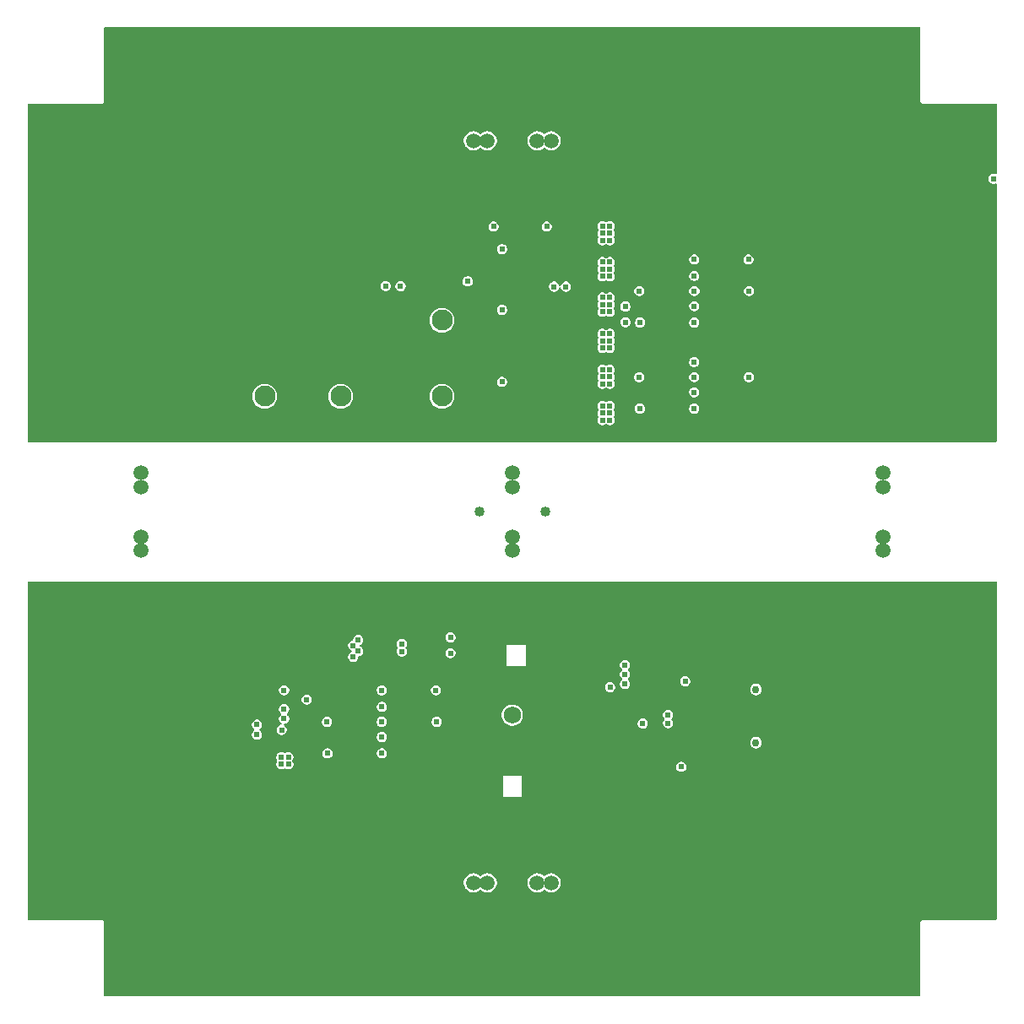
<source format=gbr>
%TF.GenerationSoftware,KiCad,Pcbnew,9.0.1*%
%TF.CreationDate,2025-06-25T17:25:53-04:00*%
%TF.ProjectId,-Z,2d5a2e6b-6963-4616-945f-706362585858,rev?*%
%TF.SameCoordinates,Original*%
%TF.FileFunction,Copper,L5,Inr*%
%TF.FilePolarity,Positive*%
%FSLAX46Y46*%
G04 Gerber Fmt 4.6, Leading zero omitted, Abs format (unit mm)*
G04 Created by KiCad (PCBNEW 9.0.1) date 2025-06-25 17:25:53*
%MOMM*%
%LPD*%
G01*
G04 APERTURE LIST*
%TA.AperFunction,ComponentPad*%
%ADD10C,0.762000*%
%TD*%
%TA.AperFunction,ComponentPad*%
%ADD11C,3.800000*%
%TD*%
%TA.AperFunction,ComponentPad*%
%ADD12C,1.500000*%
%TD*%
%TA.AperFunction,ComponentPad*%
%ADD13C,1.727200*%
%TD*%
%TA.AperFunction,ComponentPad*%
%ADD14C,2.100000*%
%TD*%
%TA.AperFunction,ViaPad*%
%ADD15C,0.609600*%
%TD*%
%TA.AperFunction,ViaPad*%
%ADD16C,1.016000*%
%TD*%
%TA.AperFunction,ViaPad*%
%ADD17C,0.762000*%
%TD*%
G04 APERTURE END LIST*
D10*
%TO.N,GND*%
%TO.C,H2*%
X144200001Y-145800000D03*
X143555751Y-147355750D03*
X143555751Y-144244250D03*
X142000001Y-148000000D03*
D11*
X142000001Y-145800000D03*
D10*
X142000001Y-143600000D03*
X140444251Y-147355750D03*
X140444251Y-144244250D03*
X139800001Y-145800000D03*
%TD*%
D12*
%TO.N,/Burn Wires/VBURN3*%
%TO.C,JP5*%
X164000001Y-96100000D03*
X164000001Y-97499999D03*
%TO.N,Net-(JP5-B)*%
X164000001Y-102499999D03*
X164000001Y-103899998D03*
%TD*%
D10*
%TO.N,GND*%
%TO.C,H8*%
X212000000Y-121999999D03*
X211355750Y-123555749D03*
X211355750Y-120444249D03*
X209800000Y-124199999D03*
D11*
X209800000Y-121999999D03*
D10*
X209800000Y-119799999D03*
X208244250Y-123555749D03*
X208244250Y-120444249D03*
X207600000Y-121999999D03*
%TD*%
%TO.N,GND*%
%TO.C,H5*%
X144200001Y-54200000D03*
X143555751Y-55755750D03*
X143555751Y-52644250D03*
X142000001Y-56400000D03*
D11*
X142000001Y-54200000D03*
D10*
X142000001Y-52000000D03*
X140444251Y-55755750D03*
X140444251Y-52644250D03*
X139800001Y-54200000D03*
%TD*%
%TO.N,GND*%
%TO.C,H7*%
X212000000Y-78000000D03*
X211355750Y-79555750D03*
X211355750Y-76444250D03*
X209800000Y-80200000D03*
D11*
X209800000Y-78000000D03*
D10*
X209800000Y-75800000D03*
X208244250Y-79555750D03*
X208244250Y-76444250D03*
X207600000Y-78000000D03*
%TD*%
D13*
%TO.N,/Interfaces/GPS*%
%TO.C,AE3*%
X164000000Y-120400000D03*
%TD*%
D12*
%TO.N,/Burn Wires/VBURN1*%
%TO.C,JP1*%
X167900000Y-62789000D03*
X166500001Y-62789000D03*
%TO.N,Net-(JP1-B)*%
X161500001Y-62789000D03*
X160100002Y-62789000D03*
%TD*%
D10*
%TO.N,GND*%
%TO.C,H4*%
X120400001Y-78000000D03*
X119755751Y-79555750D03*
X119755751Y-76444250D03*
X118200001Y-80200000D03*
D11*
X118200001Y-78000000D03*
D10*
X118200001Y-75800000D03*
X116644251Y-79555750D03*
X116644251Y-76444250D03*
X116000001Y-78000000D03*
%TD*%
%TO.N,GND*%
%TO.C,H3*%
X120400001Y-121999999D03*
X119755751Y-123555749D03*
X119755751Y-120444249D03*
X118200001Y-124199999D03*
D11*
X118200001Y-121999999D03*
D10*
X118200001Y-119799999D03*
X116644251Y-123555749D03*
X116644251Y-120444249D03*
X116000001Y-121999999D03*
%TD*%
D12*
%TO.N,Net-(JP3-B)*%
%TO.C,JP4*%
X126789000Y-103899999D03*
X126789000Y-102500000D03*
%TO.N,Net-(JP4-B)*%
X126789000Y-97500000D03*
X126789000Y-96100001D03*
%TD*%
D10*
%TO.N,GND*%
%TO.C,H1*%
X188200000Y-145800000D03*
X187555750Y-147355750D03*
X187555750Y-144244250D03*
X186000000Y-148000000D03*
D11*
X186000000Y-145800000D03*
D10*
X186000000Y-143600000D03*
X184444250Y-147355750D03*
X184444250Y-144244250D03*
X183800000Y-145800000D03*
%TD*%
%TO.N,GND*%
%TO.C,H6*%
X188200000Y-54200000D03*
X187555750Y-55755750D03*
X187555750Y-52644250D03*
X186000000Y-56400000D03*
D11*
X186000000Y-54200000D03*
D10*
X186000000Y-52000000D03*
X184444250Y-55755750D03*
X184444250Y-52644250D03*
X183800000Y-54200000D03*
%TD*%
D14*
%TO.N,/Burn Wires/VBURN_A_IN*%
%TO.C,U2*%
X146793600Y-88417600D03*
%TO.N,GND*%
X139173600Y-80797600D03*
%TO.N,VBATT*%
X139173600Y-88417600D03*
X156953600Y-88417600D03*
%TO.N,Net-(D1-A)*%
X156953600Y-80797600D03*
%TD*%
D12*
%TO.N,/Burn Wires/VBURN2*%
%TO.C,JP3*%
X201211001Y-97500000D03*
X201211001Y-96100001D03*
%TO.N,Net-(JP3-B)*%
X201211001Y-103899999D03*
X201211001Y-102500000D03*
%TD*%
%TO.N,Net-(JP1-B)*%
%TO.C,JP2*%
X161500001Y-137211000D03*
X160100002Y-137211000D03*
%TO.N,Net-(JP2-B)*%
X167900000Y-137211000D03*
X166500001Y-137211000D03*
%TD*%
D15*
%TO.N,GND*%
X161400000Y-128372600D03*
X165100000Y-110900000D03*
X162900000Y-113000000D03*
X163600000Y-111600000D03*
X162200000Y-125972600D03*
X162200000Y-129172600D03*
X165100000Y-115900000D03*
X165000001Y-125972600D03*
X185670201Y-121018798D03*
X165800000Y-125972600D03*
X165500000Y-121200000D03*
X162500000Y-119600000D03*
X163000001Y-121968599D03*
X166600000Y-126772600D03*
X166600000Y-128372600D03*
X164400000Y-115900000D03*
X163000001Y-125171799D03*
X152888399Y-123395400D03*
X163000001Y-125972600D03*
X165000001Y-122769399D03*
X162900000Y-110900000D03*
X164000000Y-118600000D03*
X162925001Y-113756200D03*
X184243801Y-80213400D03*
X165100000Y-111600000D03*
X163000000Y-118900000D03*
X165000001Y-124370999D03*
X165000000Y-118900000D03*
X162900000Y-111600000D03*
X164000000Y-129172600D03*
X161400000Y-125972600D03*
X163600000Y-110900000D03*
X165875001Y-114391200D03*
X165875001Y-115026200D03*
X163000001Y-122769399D03*
X148920200Y-118719600D03*
X165800000Y-112300000D03*
X165800000Y-111600000D03*
X162925001Y-114391200D03*
X165000001Y-121968599D03*
X162200000Y-120400000D03*
X163000001Y-123570199D03*
X166600000Y-127572600D03*
X162925001Y-115026200D03*
X165000001Y-125171799D03*
X161400000Y-127572600D03*
X162900000Y-115900000D03*
X163000000Y-129172600D03*
X162500000Y-121200000D03*
X162900000Y-110200000D03*
X166600000Y-125972600D03*
X165500000Y-119600000D03*
X165000000Y-129172600D03*
X179265400Y-84379000D03*
X165800000Y-120400000D03*
X165000001Y-123570199D03*
X182165000Y-120497799D03*
X163000001Y-124370999D03*
X161400000Y-129172600D03*
X161400000Y-126772600D03*
X165875001Y-113756200D03*
X165900000Y-115900000D03*
X162900000Y-112300000D03*
X163703000Y-115900000D03*
X165800000Y-113000000D03*
X184228800Y-88820999D03*
X165800000Y-129172600D03*
X180281401Y-75514399D03*
X166600000Y-129172600D03*
D16*
%TO.N,Net-(AE1-Pad1)*%
X167300000Y-100000000D03*
%TO.N,Net-(AE2-Pad1)*%
X160700000Y-99999999D03*
D15*
%TO.N,BURN_RELAY_A*%
X148556800Y-112852399D03*
X152798600Y-77380800D03*
%TO.N,SDA*%
X182237201Y-89661200D03*
X182252200Y-74699600D03*
X141114601Y-119796799D03*
X150917600Y-124230600D03*
%TO.N,SCL*%
X150917599Y-117907000D03*
X182252201Y-81023200D03*
X141114601Y-117896800D03*
%TO.N,/Burn Wires/VBURN1*%
X173042401Y-74955600D03*
X173779001Y-74955600D03*
X173779000Y-76378000D03*
X173779001Y-75666799D03*
X173042400Y-76378000D03*
X173042401Y-75666799D03*
%TO.N,/Burn Wires/VBURN2*%
X173042400Y-83566200D03*
X173779001Y-82143800D03*
X173779000Y-83566200D03*
X173042401Y-82143800D03*
X173779001Y-82854999D03*
X173042401Y-82854999D03*
%TO.N,/Burn Wires/VBURN3*%
X173042400Y-90805200D03*
X173042401Y-89382800D03*
X173779000Y-89382799D03*
X173779001Y-90093999D03*
X173779000Y-90805200D03*
X173042401Y-90093999D03*
%TO.N,SCL_M*%
X182237200Y-84987599D03*
X179625001Y-120370803D03*
%TO.N,SDA_M*%
X182237200Y-88011199D03*
X179625001Y-121209000D03*
%TO.N,SCL_IO*%
X150926600Y-119565999D03*
X152925600Y-113258796D03*
%TO.N,BURN_EN1*%
X162984001Y-73660200D03*
X148048800Y-114554200D03*
%TO.N,BURN_EN2*%
X162984001Y-79743000D03*
X148559567Y-113977544D03*
%TO.N,SDA_IO*%
X152925600Y-114020800D03*
X150917599Y-122580599D03*
%TO.N,BURN_EN3*%
X148044222Y-113416236D03*
X162984001Y-86982000D03*
%TO.N,/Light Sensor/LS_3V3*%
X182262601Y-77861400D03*
X187687802Y-74699600D03*
X187750800Y-77861400D03*
X176753600Y-77861399D03*
X159529601Y-76885999D03*
X176816600Y-81023200D03*
X175353801Y-80985701D03*
%TO.N,COIL_DRIVER_EN*%
X141114601Y-120751799D03*
X173812200Y-117589800D03*
%TO.N,/GPIO Expander/GE_3V3*%
X145418999Y-121068800D03*
X157802401Y-114173301D03*
X156416200Y-121068800D03*
X156353200Y-117907000D03*
X150907199Y-121068799D03*
X145482000Y-124230600D03*
%TO.N,/Burn Wires/VBURN_A_IN*%
X151300001Y-77355399D03*
X173779001Y-71348799D03*
X173779000Y-78511599D03*
X173779000Y-87173000D03*
X173779000Y-72771199D03*
X173779001Y-79222800D03*
X173779000Y-79934000D03*
X173042401Y-71348799D03*
X173779001Y-86461800D03*
X173042401Y-86461800D03*
X173042400Y-72060000D03*
X173042401Y-87172999D03*
X173042401Y-79933999D03*
X173779000Y-72060000D03*
X173042400Y-78511599D03*
X173042401Y-72771200D03*
X173779000Y-85750600D03*
X173042400Y-85750600D03*
X173042401Y-79222800D03*
%TO.N,3V3_P*%
X175353801Y-79410698D03*
X138398801Y-122359991D03*
X180945800Y-125590000D03*
X138398801Y-121359989D03*
X177085200Y-121234401D03*
X181340000Y-116992600D03*
X176738601Y-86499399D03*
X140873001Y-121869400D03*
X157802401Y-112598298D03*
X187735801Y-86499399D03*
X143389601Y-118846800D03*
X176801600Y-89661200D03*
X182247600Y-86499399D03*
%TO.N,VBATT_M*%
X175308401Y-116306800D03*
X175308400Y-115375902D03*
X140835201Y-124612600D03*
X175308401Y-117246600D03*
X141546400Y-125323799D03*
X141546400Y-124612600D03*
X140835201Y-125323799D03*
%TO.N,/Light Sensor/I2C Protection/DEVICE*%
X182252201Y-76349600D03*
X169384801Y-77419400D03*
%TO.N,/Light Sensor/I2C Protection1/DEVICE*%
X182252201Y-79373200D03*
X168191001Y-77419400D03*
%TO.N,/Light Sensor/ADDR*%
X162118879Y-71401124D03*
X167454400Y-71399599D03*
D17*
%TO.N,/Coil Driver/coil*%
X188438800Y-123164801D03*
X188438801Y-117830802D03*
D15*
X212285401Y-66599000D03*
%TD*%
%TA.AperFunction,Conductor*%
%TO.N,GND*%
G36*
X212582112Y-107019213D02*
G01*
X212618657Y-107069513D01*
X212623581Y-107100600D01*
X212623581Y-140822980D01*
X212604368Y-140882111D01*
X212554068Y-140918656D01*
X212522981Y-140923580D01*
X205250441Y-140923580D01*
X205154705Y-140949233D01*
X205068876Y-140998787D01*
X205068875Y-140998788D01*
X205068874Y-140998789D01*
X204998790Y-141068873D01*
X204998789Y-141068874D01*
X204998788Y-141068875D01*
X204949234Y-141154704D01*
X204923581Y-141250440D01*
X204923580Y-141250443D01*
X204923580Y-148522980D01*
X204904367Y-148582111D01*
X204854067Y-148618656D01*
X204822980Y-148623580D01*
X123177021Y-148623580D01*
X123117890Y-148604367D01*
X123081345Y-148554067D01*
X123076421Y-148522980D01*
X123076420Y-141250443D01*
X123076419Y-141250440D01*
X123050766Y-141154704D01*
X123001212Y-141068875D01*
X123001211Y-141068873D01*
X122931127Y-140998789D01*
X122931124Y-140998787D01*
X122845295Y-140949233D01*
X122749559Y-140923580D01*
X122749557Y-140923580D01*
X115477020Y-140923580D01*
X115417889Y-140904367D01*
X115381344Y-140854067D01*
X115376420Y-140822980D01*
X115376420Y-137117069D01*
X159146302Y-137117069D01*
X159146302Y-137304930D01*
X159182952Y-137489186D01*
X159254842Y-137662743D01*
X159254846Y-137662751D01*
X159296819Y-137725567D01*
X159359214Y-137818949D01*
X159492053Y-137951788D01*
X159595246Y-138020739D01*
X159648250Y-138056155D01*
X159648252Y-138056156D01*
X159648255Y-138056158D01*
X159735036Y-138092104D01*
X159821815Y-138128049D01*
X159821816Y-138128049D01*
X159821818Y-138128050D01*
X160006071Y-138164700D01*
X160006072Y-138164700D01*
X160193932Y-138164700D01*
X160193933Y-138164700D01*
X160378186Y-138128050D01*
X160551749Y-138056158D01*
X160707951Y-137951788D01*
X160728865Y-137930874D01*
X160784262Y-137902646D01*
X160845671Y-137912371D01*
X160871136Y-137930872D01*
X160892052Y-137951788D01*
X160995245Y-138020739D01*
X161048249Y-138056155D01*
X161048251Y-138056156D01*
X161048254Y-138056158D01*
X161135035Y-138092104D01*
X161221814Y-138128049D01*
X161221815Y-138128049D01*
X161221817Y-138128050D01*
X161406070Y-138164700D01*
X161406071Y-138164700D01*
X161593931Y-138164700D01*
X161593932Y-138164700D01*
X161778185Y-138128050D01*
X161951748Y-138056158D01*
X162107950Y-137951788D01*
X162240789Y-137818949D01*
X162345159Y-137662747D01*
X162417051Y-137489184D01*
X162453701Y-137304931D01*
X162453701Y-137117069D01*
X165546301Y-137117069D01*
X165546301Y-137304930D01*
X165582951Y-137489186D01*
X165654841Y-137662743D01*
X165654845Y-137662751D01*
X165696818Y-137725567D01*
X165759213Y-137818949D01*
X165892052Y-137951788D01*
X165995245Y-138020739D01*
X166048249Y-138056155D01*
X166048251Y-138056156D01*
X166048254Y-138056158D01*
X166135035Y-138092104D01*
X166221814Y-138128049D01*
X166221815Y-138128049D01*
X166221817Y-138128050D01*
X166406070Y-138164700D01*
X166406071Y-138164700D01*
X166593931Y-138164700D01*
X166593932Y-138164700D01*
X166778185Y-138128050D01*
X166951748Y-138056158D01*
X167107950Y-137951788D01*
X167128864Y-137930874D01*
X167184261Y-137902646D01*
X167245670Y-137912371D01*
X167271135Y-137930872D01*
X167292051Y-137951788D01*
X167395244Y-138020739D01*
X167448248Y-138056155D01*
X167448250Y-138056156D01*
X167448253Y-138056158D01*
X167535034Y-138092104D01*
X167621813Y-138128049D01*
X167621814Y-138128049D01*
X167621816Y-138128050D01*
X167806069Y-138164700D01*
X167806070Y-138164700D01*
X167993930Y-138164700D01*
X167993931Y-138164700D01*
X168178184Y-138128050D01*
X168351747Y-138056158D01*
X168507949Y-137951788D01*
X168640788Y-137818949D01*
X168745158Y-137662747D01*
X168817050Y-137489184D01*
X168853700Y-137304931D01*
X168853700Y-137117069D01*
X168817050Y-136932816D01*
X168745158Y-136759253D01*
X168640788Y-136603051D01*
X168507949Y-136470212D01*
X168456352Y-136435736D01*
X168351751Y-136365844D01*
X168351743Y-136365840D01*
X168178186Y-136293950D01*
X168055348Y-136269516D01*
X167993931Y-136257300D01*
X167806069Y-136257300D01*
X167760005Y-136266462D01*
X167621813Y-136293950D01*
X167448256Y-136365840D01*
X167448248Y-136365844D01*
X167292050Y-136470213D01*
X167292042Y-136470218D01*
X167271133Y-136491128D01*
X167215735Y-136519354D01*
X167154327Y-136509626D01*
X167128865Y-136491127D01*
X167107951Y-136470213D01*
X166951752Y-136365844D01*
X166951744Y-136365840D01*
X166778187Y-136293950D01*
X166655349Y-136269516D01*
X166593932Y-136257300D01*
X166406070Y-136257300D01*
X166360006Y-136266462D01*
X166221814Y-136293950D01*
X166048257Y-136365840D01*
X166048249Y-136365844D01*
X165923037Y-136449508D01*
X165892052Y-136470212D01*
X165892051Y-136470213D01*
X165892050Y-136470213D01*
X165759214Y-136603049D01*
X165759214Y-136603050D01*
X165654845Y-136759248D01*
X165654841Y-136759256D01*
X165582951Y-136932813D01*
X165546301Y-137117069D01*
X162453701Y-137117069D01*
X162417051Y-136932816D01*
X162345159Y-136759253D01*
X162240789Y-136603051D01*
X162107950Y-136470212D01*
X162056353Y-136435736D01*
X161951752Y-136365844D01*
X161951744Y-136365840D01*
X161778187Y-136293950D01*
X161655349Y-136269516D01*
X161593932Y-136257300D01*
X161406070Y-136257300D01*
X161360006Y-136266462D01*
X161221814Y-136293950D01*
X161048257Y-136365840D01*
X161048249Y-136365844D01*
X160892051Y-136470213D01*
X160892043Y-136470218D01*
X160871134Y-136491128D01*
X160815736Y-136519354D01*
X160754328Y-136509626D01*
X160728866Y-136491127D01*
X160707952Y-136470213D01*
X160551753Y-136365844D01*
X160551745Y-136365840D01*
X160378188Y-136293950D01*
X160255350Y-136269516D01*
X160193933Y-136257300D01*
X160006071Y-136257300D01*
X159960007Y-136266462D01*
X159821815Y-136293950D01*
X159648258Y-136365840D01*
X159648250Y-136365844D01*
X159523038Y-136449508D01*
X159492053Y-136470212D01*
X159492052Y-136470213D01*
X159492051Y-136470213D01*
X159359215Y-136603049D01*
X159359215Y-136603050D01*
X159254846Y-136759248D01*
X159254842Y-136759256D01*
X159182952Y-136932813D01*
X159146302Y-137117069D01*
X115376420Y-137117069D01*
X115376420Y-128597599D01*
X163050001Y-128597599D01*
X164950001Y-128597599D01*
X164950001Y-126507599D01*
X163050001Y-126507599D01*
X163050001Y-128597599D01*
X115376420Y-128597599D01*
X115376420Y-124545649D01*
X140326701Y-124545649D01*
X140326701Y-124679550D01*
X140361352Y-124808870D01*
X140361354Y-124808875D01*
X140424300Y-124917899D01*
X140437227Y-124978714D01*
X140424300Y-125018499D01*
X140361354Y-125127523D01*
X140361352Y-125127528D01*
X140326701Y-125256848D01*
X140326701Y-125390749D01*
X140361352Y-125520069D01*
X140361352Y-125520070D01*
X140363076Y-125523056D01*
X140428300Y-125636025D01*
X140522975Y-125730700D01*
X140638927Y-125797646D01*
X140638929Y-125797647D01*
X140768250Y-125832298D01*
X140768254Y-125832298D01*
X140768256Y-125832299D01*
X140768258Y-125832299D01*
X140902144Y-125832299D01*
X140902146Y-125832299D01*
X140902148Y-125832298D01*
X140902151Y-125832298D01*
X141031471Y-125797647D01*
X141031472Y-125797647D01*
X141031472Y-125797646D01*
X141031475Y-125797646D01*
X141140501Y-125734698D01*
X141201314Y-125721772D01*
X141241099Y-125734698D01*
X141350126Y-125797646D01*
X141350128Y-125797647D01*
X141479449Y-125832298D01*
X141479453Y-125832298D01*
X141479455Y-125832299D01*
X141479457Y-125832299D01*
X141613343Y-125832299D01*
X141613345Y-125832299D01*
X141613347Y-125832298D01*
X141613350Y-125832298D01*
X141742670Y-125797647D01*
X141742671Y-125797647D01*
X141742671Y-125797646D01*
X141742674Y-125797646D01*
X141858626Y-125730700D01*
X141953301Y-125636025D01*
X142018529Y-125523049D01*
X180437300Y-125523049D01*
X180437300Y-125656950D01*
X180471951Y-125786270D01*
X180471951Y-125786271D01*
X180478519Y-125797647D01*
X180538899Y-125902226D01*
X180633574Y-125996901D01*
X180749526Y-126063847D01*
X180749528Y-126063848D01*
X180878849Y-126098499D01*
X180878853Y-126098499D01*
X180878855Y-126098500D01*
X180878857Y-126098500D01*
X181012743Y-126098500D01*
X181012745Y-126098500D01*
X181012747Y-126098499D01*
X181012750Y-126098499D01*
X181142070Y-126063848D01*
X181142071Y-126063848D01*
X181142071Y-126063847D01*
X181142074Y-126063847D01*
X181258026Y-125996901D01*
X181352701Y-125902226D01*
X181419647Y-125786274D01*
X181454300Y-125656945D01*
X181454300Y-125523055D01*
X181454299Y-125523053D01*
X181454299Y-125523049D01*
X181419648Y-125393729D01*
X181419648Y-125393728D01*
X181352700Y-125277773D01*
X181258026Y-125183099D01*
X181142071Y-125116151D01*
X181012750Y-125081500D01*
X181012745Y-125081500D01*
X180878855Y-125081500D01*
X180878849Y-125081500D01*
X180749529Y-125116151D01*
X180749528Y-125116151D01*
X180633573Y-125183099D01*
X180538899Y-125277773D01*
X180471951Y-125393728D01*
X180471951Y-125393729D01*
X180437300Y-125523049D01*
X142018529Y-125523049D01*
X142020247Y-125520073D01*
X142020975Y-125517354D01*
X142028192Y-125490424D01*
X142054899Y-125390749D01*
X142054900Y-125390742D01*
X142054900Y-125256855D01*
X142054899Y-125256848D01*
X142020248Y-125127528D01*
X142020248Y-125127527D01*
X141957300Y-125018500D01*
X141944373Y-124957684D01*
X141957300Y-124917899D01*
X142020247Y-124808874D01*
X142038943Y-124739099D01*
X142054899Y-124679550D01*
X142054900Y-124679543D01*
X142054900Y-124545656D01*
X142054899Y-124545649D01*
X142020248Y-124416329D01*
X142020248Y-124416328D01*
X141953300Y-124300373D01*
X141858626Y-124205699D01*
X141785795Y-124163649D01*
X144973500Y-124163649D01*
X144973500Y-124297550D01*
X145008151Y-124426870D01*
X145008151Y-124426871D01*
X145008153Y-124426874D01*
X145075099Y-124542826D01*
X145169774Y-124637501D01*
X145242604Y-124679550D01*
X145285728Y-124704448D01*
X145415049Y-124739099D01*
X145415053Y-124739099D01*
X145415055Y-124739100D01*
X145415057Y-124739100D01*
X145548943Y-124739100D01*
X145548945Y-124739100D01*
X145548947Y-124739099D01*
X145548950Y-124739099D01*
X145678270Y-124704448D01*
X145678271Y-124704448D01*
X145678271Y-124704447D01*
X145678274Y-124704447D01*
X145794226Y-124637501D01*
X145888901Y-124542826D01*
X145955847Y-124426874D01*
X145989742Y-124300374D01*
X145990499Y-124297550D01*
X145990500Y-124297543D01*
X145990500Y-124163656D01*
X145990499Y-124163649D01*
X150409100Y-124163649D01*
X150409100Y-124297550D01*
X150443751Y-124426870D01*
X150443751Y-124426871D01*
X150443753Y-124426874D01*
X150510699Y-124542826D01*
X150605374Y-124637501D01*
X150678204Y-124679550D01*
X150721328Y-124704448D01*
X150850649Y-124739099D01*
X150850653Y-124739099D01*
X150850655Y-124739100D01*
X150850657Y-124739100D01*
X150984543Y-124739100D01*
X150984545Y-124739100D01*
X150984547Y-124739099D01*
X150984550Y-124739099D01*
X151113870Y-124704448D01*
X151113871Y-124704448D01*
X151113871Y-124704447D01*
X151113874Y-124704447D01*
X151229826Y-124637501D01*
X151324501Y-124542826D01*
X151391447Y-124426874D01*
X151425342Y-124300374D01*
X151426099Y-124297550D01*
X151426100Y-124297543D01*
X151426100Y-124163656D01*
X151426099Y-124163649D01*
X151391448Y-124034329D01*
X151391448Y-124034328D01*
X151324500Y-123918373D01*
X151229826Y-123823699D01*
X151113871Y-123756751D01*
X150984550Y-123722100D01*
X150984545Y-123722100D01*
X150850655Y-123722100D01*
X150850649Y-123722100D01*
X150721329Y-123756751D01*
X150721328Y-123756751D01*
X150605373Y-123823699D01*
X150510699Y-123918373D01*
X150443751Y-124034328D01*
X150443751Y-124034329D01*
X150409100Y-124163649D01*
X145990499Y-124163649D01*
X145955848Y-124034329D01*
X145955848Y-124034328D01*
X145888900Y-123918373D01*
X145794226Y-123823699D01*
X145678271Y-123756751D01*
X145548950Y-123722100D01*
X145548945Y-123722100D01*
X145415055Y-123722100D01*
X145415049Y-123722100D01*
X145285729Y-123756751D01*
X145285728Y-123756751D01*
X145169773Y-123823699D01*
X145075099Y-123918373D01*
X145008151Y-124034328D01*
X145008151Y-124034329D01*
X144973500Y-124163649D01*
X141785795Y-124163649D01*
X141742671Y-124138751D01*
X141613350Y-124104100D01*
X141613345Y-124104100D01*
X141479455Y-124104100D01*
X141479449Y-124104100D01*
X141350129Y-124138751D01*
X141350124Y-124138753D01*
X141241100Y-124201699D01*
X141180285Y-124214626D01*
X141140500Y-124201699D01*
X141031476Y-124138753D01*
X141031471Y-124138751D01*
X140902151Y-124104100D01*
X140902146Y-124104100D01*
X140768256Y-124104100D01*
X140768250Y-124104100D01*
X140638930Y-124138751D01*
X140638929Y-124138751D01*
X140522974Y-124205699D01*
X140428300Y-124300373D01*
X140361352Y-124416328D01*
X140361352Y-124416329D01*
X140326701Y-124545649D01*
X115376420Y-124545649D01*
X115376420Y-121293038D01*
X137890301Y-121293038D01*
X137890301Y-121426939D01*
X137924952Y-121556259D01*
X137924952Y-121556260D01*
X137991900Y-121672215D01*
X138086576Y-121766891D01*
X138096930Y-121772869D01*
X138138532Y-121819074D01*
X138145029Y-121880908D01*
X138113941Y-121934752D01*
X138096930Y-121947111D01*
X138086576Y-121953088D01*
X138086575Y-121953090D01*
X137991900Y-122047764D01*
X137924952Y-122163719D01*
X137924952Y-122163720D01*
X137890301Y-122293040D01*
X137890301Y-122426941D01*
X137924952Y-122556261D01*
X137924952Y-122556262D01*
X137977654Y-122647542D01*
X137991900Y-122672217D01*
X138086575Y-122766892D01*
X138153942Y-122805787D01*
X138202529Y-122833839D01*
X138331850Y-122868490D01*
X138331854Y-122868490D01*
X138331856Y-122868491D01*
X138331858Y-122868491D01*
X138465744Y-122868491D01*
X138465746Y-122868491D01*
X138465748Y-122868490D01*
X138465751Y-122868490D01*
X138595071Y-122833839D01*
X138595072Y-122833839D01*
X138595072Y-122833838D01*
X138595075Y-122833838D01*
X138711027Y-122766892D01*
X138805702Y-122672217D01*
X138872648Y-122556265D01*
X138884065Y-122513655D01*
X138884067Y-122513648D01*
X150409099Y-122513648D01*
X150409099Y-122647549D01*
X150443750Y-122776869D01*
X150443750Y-122776870D01*
X150510698Y-122892825D01*
X150605373Y-122987500D01*
X150721325Y-123054446D01*
X150721327Y-123054447D01*
X150850648Y-123089098D01*
X150850652Y-123089098D01*
X150850654Y-123089099D01*
X150850656Y-123089099D01*
X150984542Y-123089099D01*
X150984544Y-123089099D01*
X150984546Y-123089098D01*
X150984549Y-123089098D01*
X150989315Y-123087821D01*
X187854100Y-123087821D01*
X187854100Y-123241780D01*
X187893948Y-123390490D01*
X187970924Y-123523815D01*
X188079785Y-123632676D01*
X188079784Y-123632676D01*
X188213110Y-123709652D01*
X188213111Y-123709652D01*
X188213114Y-123709654D01*
X188361823Y-123749501D01*
X188361825Y-123749501D01*
X188515775Y-123749501D01*
X188515777Y-123749501D01*
X188664486Y-123709654D01*
X188797814Y-123632677D01*
X188906676Y-123523815D01*
X188983653Y-123390487D01*
X189023500Y-123241778D01*
X189023500Y-123087824D01*
X188983653Y-122939115D01*
X188906676Y-122805787D01*
X188797814Y-122696925D01*
X188797815Y-122696925D01*
X188664489Y-122619949D01*
X188664486Y-122619948D01*
X188624644Y-122609272D01*
X188515779Y-122580101D01*
X188515777Y-122580101D01*
X188361823Y-122580101D01*
X188361820Y-122580101D01*
X188213110Y-122619949D01*
X188079785Y-122696925D01*
X187970924Y-122805786D01*
X187893948Y-122939111D01*
X187854100Y-123087821D01*
X150989315Y-123087821D01*
X151113869Y-123054447D01*
X151113870Y-123054447D01*
X151113870Y-123054446D01*
X151113873Y-123054446D01*
X151229825Y-122987500D01*
X151324500Y-122892825D01*
X151391446Y-122776873D01*
X151426099Y-122647544D01*
X151426099Y-122513654D01*
X151426098Y-122513652D01*
X151426098Y-122513648D01*
X151391447Y-122384328D01*
X151391447Y-122384327D01*
X151367729Y-122343247D01*
X151324500Y-122268373D01*
X151229825Y-122173698D01*
X151113873Y-122106752D01*
X151113870Y-122106750D01*
X150984549Y-122072099D01*
X150984544Y-122072099D01*
X150850654Y-122072099D01*
X150850648Y-122072099D01*
X150721328Y-122106750D01*
X150721327Y-122106750D01*
X150605372Y-122173698D01*
X150510698Y-122268372D01*
X150443750Y-122384327D01*
X150443750Y-122384328D01*
X150409099Y-122513648D01*
X138884067Y-122513648D01*
X138892809Y-122481023D01*
X138907300Y-122426941D01*
X138907301Y-122426934D01*
X138907301Y-122293047D01*
X138907300Y-122293040D01*
X138872649Y-122163720D01*
X138872649Y-122163719D01*
X138872648Y-122163717D01*
X138805702Y-122047765D01*
X138711027Y-121953090D01*
X138711022Y-121953086D01*
X138700674Y-121947112D01*
X138659071Y-121900908D01*
X138652571Y-121839075D01*
X138673717Y-121802449D01*
X140364501Y-121802449D01*
X140364501Y-121936350D01*
X140399152Y-122065670D01*
X140399152Y-122065671D01*
X140422871Y-122106752D01*
X140466100Y-122181626D01*
X140560775Y-122276301D01*
X140676727Y-122343247D01*
X140676729Y-122343248D01*
X140806050Y-122377899D01*
X140806054Y-122377899D01*
X140806056Y-122377900D01*
X140806058Y-122377900D01*
X140939944Y-122377900D01*
X140939946Y-122377900D01*
X140939948Y-122377899D01*
X140939951Y-122377899D01*
X141069271Y-122343248D01*
X141069272Y-122343248D01*
X141069272Y-122343247D01*
X141069275Y-122343247D01*
X141185227Y-122276301D01*
X141279902Y-122181626D01*
X141346848Y-122065674D01*
X141352893Y-122043112D01*
X141381500Y-121936350D01*
X141381501Y-121936343D01*
X141381501Y-121802456D01*
X141381500Y-121802449D01*
X141346849Y-121673129D01*
X141346849Y-121673128D01*
X141328474Y-121641302D01*
X141279902Y-121557174D01*
X141185227Y-121462499D01*
X141185225Y-121462497D01*
X141155185Y-121445153D01*
X141113583Y-121398947D01*
X141107086Y-121337114D01*
X141138174Y-121283270D01*
X141179451Y-121260860D01*
X141181545Y-121260299D01*
X141181546Y-121260299D01*
X141310871Y-121225647D01*
X141310872Y-121225647D01*
X141310872Y-121225646D01*
X141310875Y-121225646D01*
X141426827Y-121158700D01*
X141521502Y-121064025D01*
X141557400Y-121001849D01*
X144910499Y-121001849D01*
X144910499Y-121135750D01*
X144945150Y-121265070D01*
X144945150Y-121265071D01*
X144956127Y-121284083D01*
X145012098Y-121381026D01*
X145106773Y-121475701D01*
X145222725Y-121542647D01*
X145222727Y-121542648D01*
X145352048Y-121577299D01*
X145352052Y-121577299D01*
X145352054Y-121577300D01*
X145352056Y-121577300D01*
X145485942Y-121577300D01*
X145485944Y-121577300D01*
X145485946Y-121577299D01*
X145485949Y-121577299D01*
X145615269Y-121542648D01*
X145615270Y-121542648D01*
X145615270Y-121542647D01*
X145615273Y-121542647D01*
X145731225Y-121475701D01*
X145825900Y-121381026D01*
X145892846Y-121265074D01*
X145903411Y-121225646D01*
X145927498Y-121135750D01*
X145927499Y-121135743D01*
X145927499Y-121001853D01*
X145927498Y-121001848D01*
X150398699Y-121001848D01*
X150398699Y-121135749D01*
X150433350Y-121265069D01*
X150433350Y-121265070D01*
X150479977Y-121345829D01*
X150500298Y-121381025D01*
X150594973Y-121475700D01*
X150594975Y-121475701D01*
X150710927Y-121542647D01*
X150840248Y-121577298D01*
X150840252Y-121577298D01*
X150840254Y-121577299D01*
X150840256Y-121577299D01*
X150974142Y-121577299D01*
X150974144Y-121577299D01*
X150974146Y-121577298D01*
X150974149Y-121577298D01*
X151088615Y-121546627D01*
X151103469Y-121542647D01*
X151103470Y-121542647D01*
X151103470Y-121542646D01*
X151103473Y-121542646D01*
X151219425Y-121475700D01*
X151314100Y-121381025D01*
X151381046Y-121265073D01*
X151408204Y-121163717D01*
X151415698Y-121135749D01*
X151415699Y-121135742D01*
X151415699Y-121001855D01*
X151415698Y-121001849D01*
X155907700Y-121001849D01*
X155907700Y-121135750D01*
X155942351Y-121265070D01*
X155942351Y-121265071D01*
X155953328Y-121284083D01*
X156009299Y-121381026D01*
X156103974Y-121475701D01*
X156219926Y-121542647D01*
X156219928Y-121542648D01*
X156349249Y-121577299D01*
X156349253Y-121577299D01*
X156349255Y-121577300D01*
X156349257Y-121577300D01*
X156483143Y-121577300D01*
X156483145Y-121577300D01*
X156483147Y-121577299D01*
X156483150Y-121577299D01*
X156612470Y-121542648D01*
X156612471Y-121542648D01*
X156612471Y-121542647D01*
X156612474Y-121542647D01*
X156728426Y-121475701D01*
X156823101Y-121381026D01*
X156890047Y-121265074D01*
X156900612Y-121225646D01*
X156924699Y-121135750D01*
X156924700Y-121135743D01*
X156924700Y-121001856D01*
X156924699Y-121001849D01*
X156890048Y-120872529D01*
X156890048Y-120872528D01*
X156883413Y-120861036D01*
X156823101Y-120756574D01*
X156728426Y-120661899D01*
X156612474Y-120594953D01*
X156612471Y-120594951D01*
X156483150Y-120560300D01*
X156483145Y-120560300D01*
X156349255Y-120560300D01*
X156349249Y-120560300D01*
X156219929Y-120594951D01*
X156219928Y-120594951D01*
X156103973Y-120661899D01*
X156009299Y-120756573D01*
X155942351Y-120872528D01*
X155942351Y-120872529D01*
X155907700Y-121001849D01*
X151415698Y-121001849D01*
X151415698Y-121001848D01*
X151381047Y-120872528D01*
X151381047Y-120872527D01*
X151374412Y-120861035D01*
X151314100Y-120756573D01*
X151219425Y-120661898D01*
X151103473Y-120594952D01*
X151103470Y-120594950D01*
X150974149Y-120560299D01*
X150974144Y-120560299D01*
X150840254Y-120560299D01*
X150840248Y-120560299D01*
X150710928Y-120594950D01*
X150710927Y-120594950D01*
X150594972Y-120661898D01*
X150500298Y-120756572D01*
X150433350Y-120872527D01*
X150433350Y-120872528D01*
X150398699Y-121001848D01*
X145927498Y-121001848D01*
X145892847Y-120872529D01*
X145892847Y-120872528D01*
X145886212Y-120861036D01*
X145825900Y-120756574D01*
X145731225Y-120661899D01*
X145615273Y-120594953D01*
X145615270Y-120594951D01*
X145485949Y-120560300D01*
X145485944Y-120560300D01*
X145352054Y-120560300D01*
X145352048Y-120560300D01*
X145222728Y-120594951D01*
X145222727Y-120594951D01*
X145106772Y-120661899D01*
X145012098Y-120756573D01*
X144945150Y-120872528D01*
X144945150Y-120872529D01*
X144910499Y-121001849D01*
X141557400Y-121001849D01*
X141588448Y-120948073D01*
X141595387Y-120922175D01*
X141623100Y-120818749D01*
X141623101Y-120818742D01*
X141623101Y-120684855D01*
X141623100Y-120684848D01*
X141588449Y-120555528D01*
X141588449Y-120555527D01*
X141559346Y-120505120D01*
X141521502Y-120439573D01*
X141427363Y-120345434D01*
X141401605Y-120294880D01*
X162932700Y-120294880D01*
X162932700Y-120505120D01*
X162945024Y-120567077D01*
X162973716Y-120711322D01*
X163054169Y-120905552D01*
X163054173Y-120905560D01*
X163170972Y-121080362D01*
X163319637Y-121229027D01*
X163494439Y-121345826D01*
X163494441Y-121345827D01*
X163494444Y-121345829D01*
X163529472Y-121360338D01*
X163688677Y-121426283D01*
X163688678Y-121426283D01*
X163688680Y-121426284D01*
X163894880Y-121467300D01*
X163894881Y-121467300D01*
X164105119Y-121467300D01*
X164105120Y-121467300D01*
X164311320Y-121426284D01*
X164505556Y-121345829D01*
X164680364Y-121229026D01*
X164741940Y-121167450D01*
X176576700Y-121167450D01*
X176576700Y-121301351D01*
X176611351Y-121430671D01*
X176611351Y-121430672D01*
X176637349Y-121475701D01*
X176678299Y-121546627D01*
X176772974Y-121641302D01*
X176844931Y-121682847D01*
X176888928Y-121708249D01*
X177018249Y-121742900D01*
X177018253Y-121742900D01*
X177018255Y-121742901D01*
X177018257Y-121742901D01*
X177152143Y-121742901D01*
X177152145Y-121742901D01*
X177152147Y-121742900D01*
X177152150Y-121742900D01*
X177281470Y-121708249D01*
X177281471Y-121708249D01*
X177281471Y-121708248D01*
X177281474Y-121708248D01*
X177397426Y-121641302D01*
X177492101Y-121546627D01*
X177559047Y-121430675D01*
X177572350Y-121381026D01*
X177593699Y-121301351D01*
X177593700Y-121301344D01*
X177593700Y-121167457D01*
X177593699Y-121167450D01*
X177559048Y-121038130D01*
X177559048Y-121038129D01*
X177544383Y-121012729D01*
X177492101Y-120922175D01*
X177397426Y-120827500D01*
X177332304Y-120789901D01*
X177281471Y-120760552D01*
X177152150Y-120725901D01*
X177152145Y-120725901D01*
X177018255Y-120725901D01*
X177018249Y-120725901D01*
X176888929Y-120760552D01*
X176888928Y-120760552D01*
X176772973Y-120827500D01*
X176678299Y-120922174D01*
X176611351Y-121038129D01*
X176611351Y-121038130D01*
X176576700Y-121167450D01*
X164741940Y-121167450D01*
X164829026Y-121080364D01*
X164945829Y-120905556D01*
X165026284Y-120711320D01*
X165067300Y-120505120D01*
X165067300Y-120303852D01*
X179116501Y-120303852D01*
X179116501Y-120437753D01*
X179151152Y-120567073D01*
X179151152Y-120567074D01*
X179218100Y-120683029D01*
X179253837Y-120718766D01*
X179282063Y-120774164D01*
X179272337Y-120835572D01*
X179253838Y-120861035D01*
X179218100Y-120896773D01*
X179151152Y-121012728D01*
X179151152Y-121012729D01*
X179116501Y-121142049D01*
X179116501Y-121275950D01*
X179151152Y-121405270D01*
X179151152Y-121405271D01*
X179191815Y-121475700D01*
X179218100Y-121521226D01*
X179312775Y-121615901D01*
X179428727Y-121682847D01*
X179428729Y-121682848D01*
X179558050Y-121717499D01*
X179558054Y-121717499D01*
X179558056Y-121717500D01*
X179558058Y-121717500D01*
X179691944Y-121717500D01*
X179691946Y-121717500D01*
X179691948Y-121717499D01*
X179691951Y-121717499D01*
X179821271Y-121682848D01*
X179821272Y-121682848D01*
X179821272Y-121682847D01*
X179821275Y-121682847D01*
X179937227Y-121615901D01*
X180031902Y-121521226D01*
X180098848Y-121405274D01*
X180126695Y-121301346D01*
X180133500Y-121275950D01*
X180133501Y-121275943D01*
X180133501Y-121142056D01*
X180133500Y-121142049D01*
X180098849Y-121012729D01*
X180098849Y-121012728D01*
X180092572Y-121001856D01*
X180031902Y-120896774D01*
X179996163Y-120861035D01*
X179967938Y-120805638D01*
X179977664Y-120744230D01*
X179996162Y-120718768D01*
X180031902Y-120683029D01*
X180098848Y-120567077D01*
X180133012Y-120439573D01*
X180133500Y-120437753D01*
X180133501Y-120437746D01*
X180133501Y-120303859D01*
X180133500Y-120303852D01*
X180098849Y-120174532D01*
X180098849Y-120174531D01*
X180098848Y-120174529D01*
X180031902Y-120058577D01*
X179937227Y-119963902D01*
X179821275Y-119896956D01*
X179821272Y-119896954D01*
X179691951Y-119862303D01*
X179691946Y-119862303D01*
X179558056Y-119862303D01*
X179558050Y-119862303D01*
X179428730Y-119896954D01*
X179428729Y-119896954D01*
X179312774Y-119963902D01*
X179218100Y-120058576D01*
X179151152Y-120174531D01*
X179151152Y-120174532D01*
X179116501Y-120303852D01*
X165067300Y-120303852D01*
X165067300Y-120294880D01*
X165026284Y-120088680D01*
X164945829Y-119894444D01*
X164925319Y-119863749D01*
X164829027Y-119719637D01*
X164680362Y-119570972D01*
X164505560Y-119454173D01*
X164505552Y-119454169D01*
X164311322Y-119373716D01*
X164173853Y-119346372D01*
X164105120Y-119332700D01*
X163894880Y-119332700D01*
X163843330Y-119342954D01*
X163688677Y-119373716D01*
X163494447Y-119454169D01*
X163494439Y-119454173D01*
X163319637Y-119570972D01*
X163319636Y-119570974D01*
X163170974Y-119719636D01*
X163170972Y-119719637D01*
X163054173Y-119894439D01*
X163054169Y-119894447D01*
X162973716Y-120088677D01*
X162950837Y-120203700D01*
X162932700Y-120294880D01*
X141401605Y-120294880D01*
X141399137Y-120290036D01*
X141408863Y-120228628D01*
X141427363Y-120203164D01*
X141455998Y-120174529D01*
X141521502Y-120109025D01*
X141588448Y-119993073D01*
X141614203Y-119896954D01*
X141623100Y-119863749D01*
X141623101Y-119863742D01*
X141623101Y-119729855D01*
X141623100Y-119729848D01*
X141588449Y-119600528D01*
X141588449Y-119600527D01*
X141555097Y-119542761D01*
X141555096Y-119542759D01*
X141529860Y-119499048D01*
X150418100Y-119499048D01*
X150418100Y-119632949D01*
X150452751Y-119762269D01*
X150452751Y-119762270D01*
X150452753Y-119762273D01*
X150519699Y-119878225D01*
X150614374Y-119972900D01*
X150730326Y-120039846D01*
X150730328Y-120039847D01*
X150859649Y-120074498D01*
X150859653Y-120074498D01*
X150859655Y-120074499D01*
X150859657Y-120074499D01*
X150993543Y-120074499D01*
X150993545Y-120074499D01*
X150993547Y-120074498D01*
X150993550Y-120074498D01*
X151122870Y-120039847D01*
X151122871Y-120039847D01*
X151122871Y-120039846D01*
X151122874Y-120039846D01*
X151238826Y-119972900D01*
X151333501Y-119878225D01*
X151400447Y-119762273D01*
X151409133Y-119729855D01*
X151435099Y-119632949D01*
X151435100Y-119632942D01*
X151435100Y-119499055D01*
X151435099Y-119499048D01*
X151400448Y-119369728D01*
X151400448Y-119369727D01*
X151400447Y-119369725D01*
X151333501Y-119253773D01*
X151238826Y-119159098D01*
X151122874Y-119092152D01*
X151122871Y-119092150D01*
X150993550Y-119057499D01*
X150993545Y-119057499D01*
X150859655Y-119057499D01*
X150859649Y-119057499D01*
X150730329Y-119092150D01*
X150730328Y-119092150D01*
X150614373Y-119159098D01*
X150519699Y-119253772D01*
X150452751Y-119369727D01*
X150452751Y-119369728D01*
X150418100Y-119499048D01*
X141529860Y-119499048D01*
X141521503Y-119484574D01*
X141426827Y-119389898D01*
X141310872Y-119322950D01*
X141181551Y-119288299D01*
X141181546Y-119288299D01*
X141047656Y-119288299D01*
X141047650Y-119288299D01*
X140918330Y-119322950D01*
X140918329Y-119322950D01*
X140802374Y-119389898D01*
X140707700Y-119484572D01*
X140640752Y-119600527D01*
X140640752Y-119600528D01*
X140606101Y-119729848D01*
X140606101Y-119863749D01*
X140640752Y-119993069D01*
X140640752Y-119993070D01*
X140707700Y-120109025D01*
X140801839Y-120203164D01*
X140830065Y-120258562D01*
X140820339Y-120319970D01*
X140801839Y-120345434D01*
X140707700Y-120439572D01*
X140640752Y-120555527D01*
X140640752Y-120555528D01*
X140606101Y-120684848D01*
X140606101Y-120818749D01*
X140640752Y-120948069D01*
X140640752Y-120948070D01*
X140707700Y-121064025D01*
X140802375Y-121158700D01*
X140802379Y-121158703D01*
X140832415Y-121176045D01*
X140874017Y-121222250D01*
X140880515Y-121284083D01*
X140849427Y-121337927D01*
X140808151Y-121360338D01*
X140676730Y-121395551D01*
X140676729Y-121395551D01*
X140560774Y-121462499D01*
X140466100Y-121557173D01*
X140399152Y-121673128D01*
X140399152Y-121673129D01*
X140364501Y-121802449D01*
X138673717Y-121802449D01*
X138683658Y-121785230D01*
X138684760Y-121784253D01*
X138692161Y-121777782D01*
X138711027Y-121766890D01*
X138805702Y-121672215D01*
X138872648Y-121556263D01*
X138894234Y-121475701D01*
X138907300Y-121426939D01*
X138907301Y-121426932D01*
X138907301Y-121293045D01*
X138907300Y-121293038D01*
X138872649Y-121163718D01*
X138872649Y-121163717D01*
X138869754Y-121158703D01*
X138805702Y-121047763D01*
X138711027Y-120953088D01*
X138657483Y-120922174D01*
X138595072Y-120886140D01*
X138465751Y-120851489D01*
X138465746Y-120851489D01*
X138331856Y-120851489D01*
X138331850Y-120851489D01*
X138202530Y-120886140D01*
X138202529Y-120886140D01*
X138086574Y-120953088D01*
X137991900Y-121047762D01*
X137924952Y-121163717D01*
X137924952Y-121163718D01*
X137890301Y-121293038D01*
X115376420Y-121293038D01*
X115376420Y-118779849D01*
X142881101Y-118779849D01*
X142881101Y-118913750D01*
X142915752Y-119043070D01*
X142915752Y-119043071D01*
X142982700Y-119159026D01*
X143077375Y-119253701D01*
X143077500Y-119253773D01*
X143193329Y-119320648D01*
X143322650Y-119355299D01*
X143322654Y-119355299D01*
X143322656Y-119355300D01*
X143322658Y-119355300D01*
X143456544Y-119355300D01*
X143456546Y-119355300D01*
X143456548Y-119355299D01*
X143456551Y-119355299D01*
X143585871Y-119320648D01*
X143585872Y-119320648D01*
X143585872Y-119320647D01*
X143585875Y-119320647D01*
X143701827Y-119253701D01*
X143796502Y-119159026D01*
X143863448Y-119043074D01*
X143898101Y-118913745D01*
X143898101Y-118779855D01*
X143898100Y-118779853D01*
X143898100Y-118779849D01*
X143863449Y-118650529D01*
X143863449Y-118650528D01*
X143796501Y-118534573D01*
X143701827Y-118439899D01*
X143585872Y-118372951D01*
X143456551Y-118338300D01*
X143456546Y-118338300D01*
X143322656Y-118338300D01*
X143322650Y-118338300D01*
X143193330Y-118372951D01*
X143193329Y-118372951D01*
X143077374Y-118439899D01*
X142982700Y-118534573D01*
X142915752Y-118650528D01*
X142915752Y-118650529D01*
X142881101Y-118779849D01*
X115376420Y-118779849D01*
X115376420Y-117829849D01*
X140606101Y-117829849D01*
X140606101Y-117963750D01*
X140640752Y-118093070D01*
X140640752Y-118093071D01*
X140643771Y-118098300D01*
X140707700Y-118209026D01*
X140802375Y-118303701D01*
X140918327Y-118370647D01*
X140918329Y-118370648D01*
X141047650Y-118405299D01*
X141047654Y-118405299D01*
X141047656Y-118405300D01*
X141047658Y-118405300D01*
X141181544Y-118405300D01*
X141181546Y-118405300D01*
X141181548Y-118405299D01*
X141181551Y-118405299D01*
X141310871Y-118370648D01*
X141310872Y-118370648D01*
X141310872Y-118370647D01*
X141310875Y-118370647D01*
X141426827Y-118303701D01*
X141521502Y-118209026D01*
X141588448Y-118093074D01*
X141623101Y-117963745D01*
X141623101Y-117840049D01*
X150409099Y-117840049D01*
X150409099Y-117973950D01*
X150443750Y-118103270D01*
X150443750Y-118103271D01*
X150443752Y-118103274D01*
X150510698Y-118219226D01*
X150605373Y-118313901D01*
X150721325Y-118380847D01*
X150721327Y-118380848D01*
X150850648Y-118415499D01*
X150850652Y-118415499D01*
X150850654Y-118415500D01*
X150850656Y-118415500D01*
X150984542Y-118415500D01*
X150984544Y-118415500D01*
X150984546Y-118415499D01*
X150984549Y-118415499D01*
X151113869Y-118380848D01*
X151113870Y-118380848D01*
X151113870Y-118380847D01*
X151113873Y-118380847D01*
X151229825Y-118313901D01*
X151324500Y-118219226D01*
X151391446Y-118103274D01*
X151426099Y-117973945D01*
X151426099Y-117840055D01*
X151426098Y-117840053D01*
X151426098Y-117840049D01*
X155844700Y-117840049D01*
X155844700Y-117973950D01*
X155879351Y-118103270D01*
X155879351Y-118103271D01*
X155879353Y-118103274D01*
X155946299Y-118219226D01*
X156040974Y-118313901D01*
X156156926Y-118380847D01*
X156156928Y-118380848D01*
X156286249Y-118415499D01*
X156286253Y-118415499D01*
X156286255Y-118415500D01*
X156286257Y-118415500D01*
X156420143Y-118415500D01*
X156420145Y-118415500D01*
X156420147Y-118415499D01*
X156420150Y-118415499D01*
X156549470Y-118380848D01*
X156549471Y-118380848D01*
X156549471Y-118380847D01*
X156549474Y-118380847D01*
X156665426Y-118313901D01*
X156760101Y-118219226D01*
X156827047Y-118103274D01*
X156861700Y-117973945D01*
X156861700Y-117840055D01*
X156861699Y-117840053D01*
X156861699Y-117840049D01*
X156827048Y-117710729D01*
X156827048Y-117710728D01*
X156827047Y-117710726D01*
X156760101Y-117594774D01*
X156688176Y-117522849D01*
X173303700Y-117522849D01*
X173303700Y-117656750D01*
X173338351Y-117786070D01*
X173338351Y-117786071D01*
X173338353Y-117786074D01*
X173405299Y-117902026D01*
X173499974Y-117996701D01*
X173603532Y-118056491D01*
X173615928Y-118063648D01*
X173745249Y-118098299D01*
X173745253Y-118098299D01*
X173745255Y-118098300D01*
X173745257Y-118098300D01*
X173879143Y-118098300D01*
X173879145Y-118098300D01*
X173879147Y-118098299D01*
X173879150Y-118098299D01*
X174008470Y-118063648D01*
X174008471Y-118063648D01*
X174008471Y-118063647D01*
X174008474Y-118063647D01*
X174124426Y-117996701D01*
X174219101Y-117902026D01*
X174286047Y-117786074D01*
X174303631Y-117720448D01*
X174320699Y-117656750D01*
X174320700Y-117656743D01*
X174320700Y-117522856D01*
X174320699Y-117522849D01*
X174286048Y-117393529D01*
X174286048Y-117393528D01*
X174219100Y-117277573D01*
X174124426Y-117182899D01*
X174008471Y-117115951D01*
X173879150Y-117081300D01*
X173879145Y-117081300D01*
X173745255Y-117081300D01*
X173745249Y-117081300D01*
X173615929Y-117115951D01*
X173615928Y-117115951D01*
X173499973Y-117182899D01*
X173405299Y-117277573D01*
X173338351Y-117393528D01*
X173338351Y-117393529D01*
X173303700Y-117522849D01*
X156688176Y-117522849D01*
X156665426Y-117500099D01*
X156549474Y-117433153D01*
X156549471Y-117433151D01*
X156420150Y-117398500D01*
X156420145Y-117398500D01*
X156286255Y-117398500D01*
X156286249Y-117398500D01*
X156156929Y-117433151D01*
X156156928Y-117433151D01*
X156040973Y-117500099D01*
X155946299Y-117594773D01*
X155879351Y-117710728D01*
X155879351Y-117710729D01*
X155844700Y-117840049D01*
X151426098Y-117840049D01*
X151391447Y-117710729D01*
X151391447Y-117710728D01*
X151391446Y-117710726D01*
X151324500Y-117594774D01*
X151229825Y-117500099D01*
X151113873Y-117433153D01*
X151113870Y-117433151D01*
X150984549Y-117398500D01*
X150984544Y-117398500D01*
X150850654Y-117398500D01*
X150850648Y-117398500D01*
X150721328Y-117433151D01*
X150721327Y-117433151D01*
X150605372Y-117500099D01*
X150510698Y-117594773D01*
X150443750Y-117710728D01*
X150443750Y-117710729D01*
X150409099Y-117840049D01*
X141623101Y-117840049D01*
X141623101Y-117829855D01*
X141623100Y-117829853D01*
X141623100Y-117829849D01*
X141588449Y-117700529D01*
X141588449Y-117700528D01*
X141565112Y-117660108D01*
X141521502Y-117584574D01*
X141426827Y-117489899D01*
X141345379Y-117442874D01*
X141310872Y-117422951D01*
X141181551Y-117388300D01*
X141181546Y-117388300D01*
X141047656Y-117388300D01*
X141047650Y-117388300D01*
X140918330Y-117422951D01*
X140918329Y-117422951D01*
X140802374Y-117489899D01*
X140707700Y-117584573D01*
X140640752Y-117700528D01*
X140640752Y-117700529D01*
X140606101Y-117829849D01*
X115376420Y-117829849D01*
X115376420Y-115491200D01*
X163450001Y-115491200D01*
X165350001Y-115491200D01*
X165350001Y-115308951D01*
X174799900Y-115308951D01*
X174799900Y-115442852D01*
X174834551Y-115572172D01*
X174834551Y-115572173D01*
X174901499Y-115688128D01*
X174983587Y-115770216D01*
X175011813Y-115825614D01*
X175002087Y-115887022D01*
X174983587Y-115912486D01*
X174901500Y-115994573D01*
X174834552Y-116110528D01*
X174834552Y-116110529D01*
X174799901Y-116239849D01*
X174799901Y-116373750D01*
X174834552Y-116503070D01*
X174834552Y-116503071D01*
X174901500Y-116619026D01*
X174988039Y-116705565D01*
X175016265Y-116760963D01*
X175006539Y-116822371D01*
X174988039Y-116847835D01*
X174901500Y-116934373D01*
X174834552Y-117050328D01*
X174834552Y-117050329D01*
X174799901Y-117179649D01*
X174799901Y-117313550D01*
X174834552Y-117442870D01*
X174834552Y-117442871D01*
X174851247Y-117471787D01*
X174901500Y-117558826D01*
X174996175Y-117653501D01*
X175112127Y-117720447D01*
X175112129Y-117720448D01*
X175241450Y-117755099D01*
X175241454Y-117755099D01*
X175241456Y-117755100D01*
X175241458Y-117755100D01*
X175375344Y-117755100D01*
X175375346Y-117755100D01*
X175375348Y-117755099D01*
X175375351Y-117755099D01*
X175380117Y-117753822D01*
X187854101Y-117753822D01*
X187854101Y-117907781D01*
X187893949Y-118056491D01*
X187970925Y-118189816D01*
X188079786Y-118298677D01*
X188079785Y-118298677D01*
X188213111Y-118375653D01*
X188213112Y-118375653D01*
X188213115Y-118375655D01*
X188361824Y-118415502D01*
X188361826Y-118415502D01*
X188515776Y-118415502D01*
X188515778Y-118415502D01*
X188664487Y-118375655D01*
X188797815Y-118298678D01*
X188906677Y-118189816D01*
X188983654Y-118056488D01*
X189023501Y-117907779D01*
X189023501Y-117753825D01*
X188983654Y-117605116D01*
X188977682Y-117594773D01*
X188936161Y-117522856D01*
X188906677Y-117471788D01*
X188797815Y-117362926D01*
X188797816Y-117362926D01*
X188664490Y-117285950D01*
X188664487Y-117285949D01*
X188624645Y-117275273D01*
X188515780Y-117246102D01*
X188515778Y-117246102D01*
X188361824Y-117246102D01*
X188361821Y-117246102D01*
X188213111Y-117285950D01*
X188079786Y-117362926D01*
X187970925Y-117471787D01*
X187893949Y-117605112D01*
X187854101Y-117753822D01*
X175380117Y-117753822D01*
X175504671Y-117720448D01*
X175504672Y-117720448D01*
X175504672Y-117720447D01*
X175504675Y-117720447D01*
X175620627Y-117653501D01*
X175715302Y-117558826D01*
X175782248Y-117442874D01*
X175816901Y-117313545D01*
X175816901Y-117179655D01*
X175816900Y-117179653D01*
X175816900Y-117179649D01*
X175782249Y-117050329D01*
X175782249Y-117050328D01*
X175740239Y-116977566D01*
X175715302Y-116934374D01*
X175706577Y-116925649D01*
X180831500Y-116925649D01*
X180831500Y-117059550D01*
X180866151Y-117188870D01*
X180866151Y-117188871D01*
X180866153Y-117188874D01*
X180933099Y-117304826D01*
X181027774Y-117399501D01*
X181102892Y-117442871D01*
X181143728Y-117466448D01*
X181273049Y-117501099D01*
X181273053Y-117501099D01*
X181273055Y-117501100D01*
X181273057Y-117501100D01*
X181406943Y-117501100D01*
X181406945Y-117501100D01*
X181406947Y-117501099D01*
X181406950Y-117501099D01*
X181516341Y-117471788D01*
X181536270Y-117466448D01*
X181536271Y-117466448D01*
X181536271Y-117466447D01*
X181536274Y-117466447D01*
X181652226Y-117399501D01*
X181746901Y-117304826D01*
X181813847Y-117188874D01*
X181848500Y-117059545D01*
X181848500Y-116925655D01*
X181848499Y-116925653D01*
X181848499Y-116925649D01*
X181813848Y-116796329D01*
X181813848Y-116796328D01*
X181813847Y-116796326D01*
X181746901Y-116680374D01*
X181652226Y-116585699D01*
X181536274Y-116518753D01*
X181536271Y-116518751D01*
X181406950Y-116484100D01*
X181406945Y-116484100D01*
X181273055Y-116484100D01*
X181273049Y-116484100D01*
X181143729Y-116518751D01*
X181143728Y-116518751D01*
X181027773Y-116585699D01*
X180933099Y-116680373D01*
X180866151Y-116796328D01*
X180866151Y-116796329D01*
X180831500Y-116925649D01*
X175706577Y-116925649D01*
X175626134Y-116845206D01*
X175623703Y-116842386D01*
X175613043Y-116816982D01*
X175600537Y-116792437D01*
X175601141Y-116788619D01*
X175599646Y-116785055D01*
X175605953Y-116758235D01*
X175610263Y-116731029D01*
X175613353Y-116726775D01*
X175613881Y-116724532D01*
X175616830Y-116721989D01*
X175628763Y-116705565D01*
X175653955Y-116680373D01*
X175715302Y-116619026D01*
X175782248Y-116503074D01*
X175816901Y-116373745D01*
X175816901Y-116239855D01*
X175816900Y-116239853D01*
X175816900Y-116239849D01*
X175782249Y-116110529D01*
X175782249Y-116110528D01*
X175715301Y-115994573D01*
X175633213Y-115912485D01*
X175604987Y-115857087D01*
X175614713Y-115795679D01*
X175633210Y-115770218D01*
X175715301Y-115688128D01*
X175782247Y-115572176D01*
X175816900Y-115442847D01*
X175816900Y-115308957D01*
X175816899Y-115308955D01*
X175816899Y-115308951D01*
X175782248Y-115179631D01*
X175782248Y-115179630D01*
X175715300Y-115063675D01*
X175620626Y-114969001D01*
X175504671Y-114902053D01*
X175375350Y-114867402D01*
X175375345Y-114867402D01*
X175241455Y-114867402D01*
X175241449Y-114867402D01*
X175112129Y-114902053D01*
X175112128Y-114902053D01*
X174996173Y-114969001D01*
X174901499Y-115063675D01*
X174834551Y-115179630D01*
X174834551Y-115179631D01*
X174799900Y-115308951D01*
X165350001Y-115308951D01*
X165350001Y-113401200D01*
X163450001Y-113401200D01*
X163450001Y-115491200D01*
X115376420Y-115491200D01*
X115376420Y-113349285D01*
X147535722Y-113349285D01*
X147535722Y-113483186D01*
X147570373Y-113612506D01*
X147570373Y-113612507D01*
X147622818Y-113703343D01*
X147637321Y-113728462D01*
X147731996Y-113823137D01*
X147847948Y-113890083D01*
X147847950Y-113890084D01*
X147854041Y-113892607D01*
X147853002Y-113895113D01*
X147895508Y-113922694D01*
X147917811Y-113980731D01*
X147901742Y-114040792D01*
X147858212Y-114077012D01*
X147858237Y-114077056D01*
X147857986Y-114077200D01*
X147855859Y-114078971D01*
X147852534Y-114080348D01*
X147736573Y-114147299D01*
X147641899Y-114241973D01*
X147574951Y-114357928D01*
X147574951Y-114357929D01*
X147540300Y-114487249D01*
X147540300Y-114621150D01*
X147574951Y-114750470D01*
X147574951Y-114750471D01*
X147574953Y-114750474D01*
X147641899Y-114866426D01*
X147736574Y-114961101D01*
X147852526Y-115028047D01*
X147852528Y-115028048D01*
X147981849Y-115062699D01*
X147981853Y-115062699D01*
X147981855Y-115062700D01*
X147981857Y-115062700D01*
X148115743Y-115062700D01*
X148115745Y-115062700D01*
X148115747Y-115062699D01*
X148115750Y-115062699D01*
X148245070Y-115028048D01*
X148245071Y-115028048D01*
X148245071Y-115028047D01*
X148245074Y-115028047D01*
X148361026Y-114961101D01*
X148455701Y-114866426D01*
X148522647Y-114750474D01*
X148541048Y-114681800D01*
X148557299Y-114621150D01*
X148557300Y-114621143D01*
X148557300Y-114581782D01*
X148576513Y-114522651D01*
X148626813Y-114486106D01*
X148631864Y-114484610D01*
X148755836Y-114451393D01*
X148755838Y-114451392D01*
X148755838Y-114451391D01*
X148755841Y-114451391D01*
X148871793Y-114384445D01*
X148966468Y-114289770D01*
X149033414Y-114173818D01*
X149051492Y-114106350D01*
X149068066Y-114044494D01*
X149068067Y-114044487D01*
X149068067Y-113910600D01*
X149068066Y-113910593D01*
X149033415Y-113781273D01*
X149033415Y-113781272D01*
X149033414Y-113781270D01*
X148966468Y-113665318D01*
X148871793Y-113570643D01*
X148755841Y-113503697D01*
X148751679Y-113501294D01*
X148710077Y-113455089D01*
X148703579Y-113393255D01*
X148734666Y-113339411D01*
X148751680Y-113327050D01*
X148753071Y-113326246D01*
X148753074Y-113326246D01*
X148869026Y-113259300D01*
X148936481Y-113191845D01*
X152417100Y-113191845D01*
X152417100Y-113325746D01*
X152451751Y-113455066D01*
X152451751Y-113455067D01*
X152451753Y-113455070D01*
X152518480Y-113570643D01*
X152518700Y-113571023D01*
X152522713Y-113576253D01*
X152520911Y-113577635D01*
X152544566Y-113624061D01*
X152534840Y-113685469D01*
X152522161Y-113702919D01*
X152522713Y-113703343D01*
X152518700Y-113708572D01*
X152451751Y-113824528D01*
X152451751Y-113824529D01*
X152417100Y-113953849D01*
X152417100Y-114087750D01*
X152451751Y-114217070D01*
X152451751Y-114217071D01*
X152466129Y-114241974D01*
X152518699Y-114333026D01*
X152613374Y-114427701D01*
X152716523Y-114487255D01*
X152729328Y-114494648D01*
X152858649Y-114529299D01*
X152858653Y-114529299D01*
X152858655Y-114529300D01*
X152858657Y-114529300D01*
X152992543Y-114529300D01*
X152992545Y-114529300D01*
X152992547Y-114529299D01*
X152992550Y-114529299D01*
X153121870Y-114494648D01*
X153121871Y-114494648D01*
X153121871Y-114494647D01*
X153121874Y-114494647D01*
X153237826Y-114427701D01*
X153332501Y-114333026D01*
X153399447Y-114217074D01*
X153429115Y-114106350D01*
X157293901Y-114106350D01*
X157293901Y-114240251D01*
X157328552Y-114369571D01*
X157328552Y-114369572D01*
X157375791Y-114451391D01*
X157395500Y-114485527D01*
X157490175Y-114580202D01*
X157561098Y-114621150D01*
X157606129Y-114647149D01*
X157735450Y-114681800D01*
X157735454Y-114681800D01*
X157735456Y-114681801D01*
X157735458Y-114681801D01*
X157869344Y-114681801D01*
X157869346Y-114681801D01*
X157869348Y-114681800D01*
X157869351Y-114681800D01*
X157998671Y-114647149D01*
X157998672Y-114647149D01*
X157998672Y-114647148D01*
X157998675Y-114647148D01*
X158114627Y-114580202D01*
X158209302Y-114485527D01*
X158276248Y-114369575D01*
X158310438Y-114241974D01*
X158310900Y-114240251D01*
X158310901Y-114240244D01*
X158310901Y-114106357D01*
X158310900Y-114106350D01*
X158276249Y-113977030D01*
X158276249Y-113977029D01*
X158244878Y-113922694D01*
X158209302Y-113861075D01*
X158114627Y-113766400D01*
X158005411Y-113703343D01*
X157998672Y-113699452D01*
X157869351Y-113664801D01*
X157869346Y-113664801D01*
X157735456Y-113664801D01*
X157735450Y-113664801D01*
X157606130Y-113699452D01*
X157606129Y-113699452D01*
X157490174Y-113766400D01*
X157395500Y-113861074D01*
X157328552Y-113977029D01*
X157328552Y-113977030D01*
X157293901Y-114106350D01*
X153429115Y-114106350D01*
X153434100Y-114087745D01*
X153434100Y-113953855D01*
X153434099Y-113953853D01*
X153434099Y-113953849D01*
X153399448Y-113824529D01*
X153399448Y-113824528D01*
X153374474Y-113781273D01*
X153332501Y-113708574D01*
X153332499Y-113708572D01*
X153328487Y-113703343D01*
X153330288Y-113701960D01*
X153306634Y-113655535D01*
X153316360Y-113594127D01*
X153329038Y-113576676D01*
X153328487Y-113576253D01*
X153332495Y-113571027D01*
X153332501Y-113571022D01*
X153399447Y-113455070D01*
X153399448Y-113455066D01*
X153399449Y-113455065D01*
X153432023Y-113333494D01*
X153432023Y-113333491D01*
X153434100Y-113325741D01*
X153434100Y-113191851D01*
X153434099Y-113191849D01*
X153434099Y-113191845D01*
X153399448Y-113062525D01*
X153399448Y-113062524D01*
X153332500Y-112946569D01*
X153237826Y-112851895D01*
X153121871Y-112784947D01*
X152992550Y-112750296D01*
X152992545Y-112750296D01*
X152858655Y-112750296D01*
X152858649Y-112750296D01*
X152729329Y-112784947D01*
X152729328Y-112784947D01*
X152613373Y-112851895D01*
X152518699Y-112946569D01*
X152451751Y-113062524D01*
X152451751Y-113062525D01*
X152417100Y-113191845D01*
X148936481Y-113191845D01*
X148963701Y-113164625D01*
X149030647Y-113048673D01*
X149065300Y-112919344D01*
X149065300Y-112785454D01*
X149065299Y-112785452D01*
X149065299Y-112785448D01*
X149030648Y-112656128D01*
X149030648Y-112656127D01*
X148983843Y-112575060D01*
X148963700Y-112540172D01*
X148954875Y-112531347D01*
X157293901Y-112531347D01*
X157293901Y-112665248D01*
X157328552Y-112794568D01*
X157328552Y-112794569D01*
X157328554Y-112794572D01*
X157395500Y-112910524D01*
X157490175Y-113005199D01*
X157589465Y-113062525D01*
X157606129Y-113072146D01*
X157735450Y-113106797D01*
X157735454Y-113106797D01*
X157735456Y-113106798D01*
X157735458Y-113106798D01*
X157869344Y-113106798D01*
X157869346Y-113106798D01*
X157869348Y-113106797D01*
X157869351Y-113106797D01*
X157998671Y-113072146D01*
X157998672Y-113072146D01*
X157998672Y-113072145D01*
X157998675Y-113072145D01*
X158114627Y-113005199D01*
X158209302Y-112910524D01*
X158276248Y-112794572D01*
X158310901Y-112665243D01*
X158310901Y-112531353D01*
X158310900Y-112531351D01*
X158310900Y-112531347D01*
X158276249Y-112402027D01*
X158276249Y-112402026D01*
X158209301Y-112286071D01*
X158114627Y-112191397D01*
X157998672Y-112124449D01*
X157869351Y-112089798D01*
X157869346Y-112089798D01*
X157735456Y-112089798D01*
X157735450Y-112089798D01*
X157606130Y-112124449D01*
X157606129Y-112124449D01*
X157490174Y-112191397D01*
X157395500Y-112286071D01*
X157328552Y-112402026D01*
X157328552Y-112402027D01*
X157293901Y-112531347D01*
X148954875Y-112531347D01*
X148869026Y-112445498D01*
X148753071Y-112378550D01*
X148623750Y-112343899D01*
X148623745Y-112343899D01*
X148489855Y-112343899D01*
X148489849Y-112343899D01*
X148360529Y-112378550D01*
X148360528Y-112378550D01*
X148244573Y-112445498D01*
X148149899Y-112540172D01*
X148082951Y-112656127D01*
X148082951Y-112656128D01*
X148048300Y-112785448D01*
X148048300Y-112811512D01*
X148029087Y-112870643D01*
X147978787Y-112907188D01*
X147973737Y-112908684D01*
X147847951Y-112942387D01*
X147847950Y-112942387D01*
X147731995Y-113009335D01*
X147637321Y-113104009D01*
X147570373Y-113219964D01*
X147570373Y-113219965D01*
X147535722Y-113349285D01*
X115376420Y-113349285D01*
X115376420Y-107100600D01*
X115395633Y-107041469D01*
X115445933Y-107004924D01*
X115477020Y-107000000D01*
X212522981Y-107000000D01*
X212582112Y-107019213D01*
G37*
%TD.AperFunction*%
%TA.AperFunction,Conductor*%
G36*
X204882111Y-51395632D02*
G01*
X204918656Y-51445932D01*
X204923580Y-51477019D01*
X204923580Y-58749558D01*
X204949233Y-58845294D01*
X204998787Y-58931123D01*
X204998789Y-58931126D01*
X205068873Y-59001210D01*
X205068875Y-59001211D01*
X205154704Y-59050765D01*
X205154706Y-59050765D01*
X205154707Y-59050766D01*
X205250443Y-59076419D01*
X212522981Y-59076419D01*
X212582112Y-59095632D01*
X212618657Y-59145932D01*
X212623581Y-59177019D01*
X212623581Y-66033373D01*
X212604368Y-66092504D01*
X212554068Y-66129049D01*
X212491894Y-66129049D01*
X212484488Y-66126317D01*
X212481678Y-66125153D01*
X212352351Y-66090500D01*
X212352346Y-66090500D01*
X212218456Y-66090500D01*
X212218450Y-66090500D01*
X212089130Y-66125151D01*
X212089129Y-66125151D01*
X211973174Y-66192099D01*
X211878500Y-66286773D01*
X211811552Y-66402728D01*
X211811552Y-66402729D01*
X211776901Y-66532049D01*
X211776901Y-66665950D01*
X211811552Y-66795270D01*
X211811552Y-66795271D01*
X211811554Y-66795274D01*
X211878500Y-66911226D01*
X211973175Y-67005901D01*
X212086172Y-67071141D01*
X212089129Y-67072848D01*
X212218450Y-67107499D01*
X212218454Y-67107499D01*
X212218456Y-67107500D01*
X212218458Y-67107500D01*
X212352344Y-67107500D01*
X212352346Y-67107500D01*
X212352348Y-67107499D01*
X212352351Y-67107499D01*
X212481675Y-67072847D01*
X212484479Y-67071686D01*
X212486647Y-67071515D01*
X212488044Y-67071141D01*
X212488113Y-67071399D01*
X212546461Y-67066804D01*
X212599475Y-67099288D01*
X212623271Y-67156728D01*
X212623581Y-67164626D01*
X212623581Y-92899400D01*
X212604368Y-92958531D01*
X212554068Y-92995076D01*
X212522981Y-93000000D01*
X115477020Y-93000000D01*
X115417889Y-92980787D01*
X115381344Y-92930487D01*
X115376420Y-92899400D01*
X115376420Y-90738249D01*
X172533900Y-90738249D01*
X172533900Y-90872150D01*
X172568551Y-91001470D01*
X172568551Y-91001471D01*
X172568553Y-91001474D01*
X172635499Y-91117426D01*
X172730174Y-91212101D01*
X172846126Y-91279047D01*
X172846128Y-91279048D01*
X172975449Y-91313699D01*
X172975453Y-91313699D01*
X172975455Y-91313700D01*
X172975457Y-91313700D01*
X173109343Y-91313700D01*
X173109345Y-91313700D01*
X173109347Y-91313699D01*
X173109350Y-91313699D01*
X173238670Y-91279048D01*
X173238671Y-91279048D01*
X173238671Y-91279047D01*
X173238674Y-91279047D01*
X173354626Y-91212101D01*
X173354626Y-91212100D01*
X173360336Y-91208804D01*
X173362028Y-91211735D01*
X173407408Y-91195331D01*
X173460055Y-91210551D01*
X173461064Y-91208804D01*
X173582728Y-91279048D01*
X173712049Y-91313699D01*
X173712053Y-91313699D01*
X173712055Y-91313700D01*
X173712057Y-91313700D01*
X173845943Y-91313700D01*
X173845945Y-91313700D01*
X173845947Y-91313699D01*
X173845950Y-91313699D01*
X173975270Y-91279048D01*
X173975271Y-91279048D01*
X173975271Y-91279047D01*
X173975274Y-91279047D01*
X174091226Y-91212101D01*
X174185901Y-91117426D01*
X174252847Y-91001474D01*
X174287500Y-90872145D01*
X174287500Y-90738255D01*
X174287499Y-90738253D01*
X174287499Y-90738249D01*
X174252848Y-90608929D01*
X174252848Y-90608928D01*
X174189900Y-90499901D01*
X174176973Y-90439085D01*
X174189898Y-90399302D01*
X174252848Y-90290273D01*
X174287501Y-90160944D01*
X174287501Y-90027054D01*
X174287500Y-90027052D01*
X174287500Y-90027048D01*
X174252849Y-89897728D01*
X174252849Y-89897727D01*
X174252847Y-89897723D01*
X174189899Y-89788696D01*
X174186009Y-89770393D01*
X174177590Y-89753682D01*
X174179872Y-89741522D01*
X174176973Y-89727883D01*
X174187596Y-89692318D01*
X174188692Y-89690190D01*
X174244085Y-89594249D01*
X176293100Y-89594249D01*
X176293100Y-89728150D01*
X176327751Y-89857470D01*
X176327751Y-89857471D01*
X176327753Y-89857474D01*
X176394699Y-89973426D01*
X176489374Y-90068101D01*
X176605326Y-90135047D01*
X176605328Y-90135048D01*
X176734649Y-90169699D01*
X176734653Y-90169699D01*
X176734655Y-90169700D01*
X176734657Y-90169700D01*
X176868543Y-90169700D01*
X176868545Y-90169700D01*
X176868547Y-90169699D01*
X176868550Y-90169699D01*
X176997870Y-90135048D01*
X176997871Y-90135048D01*
X176997871Y-90135047D01*
X176997874Y-90135047D01*
X177113826Y-90068101D01*
X177208501Y-89973426D01*
X177275447Y-89857474D01*
X177306516Y-89741522D01*
X177310099Y-89728150D01*
X177310100Y-89728143D01*
X177310100Y-89594256D01*
X177310099Y-89594249D01*
X181728701Y-89594249D01*
X181728701Y-89728150D01*
X181763352Y-89857470D01*
X181763352Y-89857471D01*
X181763354Y-89857474D01*
X181830300Y-89973426D01*
X181924975Y-90068101D01*
X182040927Y-90135047D01*
X182040929Y-90135048D01*
X182170250Y-90169699D01*
X182170254Y-90169699D01*
X182170256Y-90169700D01*
X182170258Y-90169700D01*
X182304144Y-90169700D01*
X182304146Y-90169700D01*
X182304148Y-90169699D01*
X182304151Y-90169699D01*
X182433471Y-90135048D01*
X182433472Y-90135048D01*
X182433472Y-90135047D01*
X182433475Y-90135047D01*
X182549427Y-90068101D01*
X182644102Y-89973426D01*
X182711048Y-89857474D01*
X182742117Y-89741522D01*
X182745700Y-89728150D01*
X182745701Y-89728143D01*
X182745701Y-89594256D01*
X182745700Y-89594249D01*
X182711049Y-89464929D01*
X182711049Y-89464928D01*
X182702283Y-89449745D01*
X182644102Y-89348974D01*
X182549427Y-89254299D01*
X182433475Y-89187353D01*
X182433472Y-89187351D01*
X182304151Y-89152700D01*
X182304146Y-89152700D01*
X182170256Y-89152700D01*
X182170250Y-89152700D01*
X182040930Y-89187351D01*
X182040929Y-89187351D01*
X181924974Y-89254299D01*
X181830300Y-89348973D01*
X181763352Y-89464928D01*
X181763352Y-89464929D01*
X181728701Y-89594249D01*
X177310099Y-89594249D01*
X177275448Y-89464929D01*
X177275448Y-89464928D01*
X177266682Y-89449745D01*
X177208501Y-89348974D01*
X177113826Y-89254299D01*
X176997874Y-89187353D01*
X176997871Y-89187351D01*
X176868550Y-89152700D01*
X176868545Y-89152700D01*
X176734655Y-89152700D01*
X176734649Y-89152700D01*
X176605329Y-89187351D01*
X176605328Y-89187351D01*
X176489373Y-89254299D01*
X176394699Y-89348973D01*
X176327751Y-89464928D01*
X176327751Y-89464929D01*
X176293100Y-89594249D01*
X174244085Y-89594249D01*
X174252847Y-89579073D01*
X174283432Y-89464926D01*
X174287499Y-89449749D01*
X174287500Y-89449742D01*
X174287500Y-89315855D01*
X174287499Y-89315848D01*
X174252848Y-89186528D01*
X174252848Y-89186527D01*
X174188273Y-89074682D01*
X174185901Y-89070573D01*
X174091226Y-88975898D01*
X173975274Y-88908952D01*
X173975271Y-88908950D01*
X173845950Y-88874299D01*
X173845945Y-88874299D01*
X173712055Y-88874299D01*
X173712049Y-88874299D01*
X173582729Y-88908950D01*
X173582728Y-88908950D01*
X173461064Y-88979195D01*
X173459531Y-88976540D01*
X173412226Y-88992709D01*
X173361552Y-88977090D01*
X173360337Y-88979196D01*
X173238672Y-88908951D01*
X173109351Y-88874300D01*
X173109346Y-88874300D01*
X172975456Y-88874300D01*
X172975450Y-88874300D01*
X172846130Y-88908951D01*
X172846129Y-88908951D01*
X172730174Y-88975899D01*
X172635500Y-89070573D01*
X172568552Y-89186528D01*
X172568552Y-89186529D01*
X172533901Y-89315849D01*
X172533901Y-89449750D01*
X172568552Y-89579070D01*
X172568554Y-89579075D01*
X172631500Y-89688099D01*
X172644427Y-89748914D01*
X172631500Y-89788699D01*
X172568554Y-89897723D01*
X172568552Y-89897728D01*
X172533901Y-90027048D01*
X172533901Y-90160949D01*
X172568552Y-90290269D01*
X172568554Y-90290274D01*
X172631500Y-90399298D01*
X172644427Y-90460113D01*
X172631500Y-90499898D01*
X172568553Y-90608924D01*
X172568551Y-90608929D01*
X172533900Y-90738249D01*
X115376420Y-90738249D01*
X115376420Y-88318925D01*
X137919900Y-88318925D01*
X137919900Y-88516274D01*
X137950768Y-88711169D01*
X137950772Y-88711185D01*
X138011749Y-88898854D01*
X138101339Y-89074682D01*
X138217329Y-89234329D01*
X138356870Y-89373870D01*
X138516517Y-89489860D01*
X138516516Y-89489860D01*
X138692345Y-89579450D01*
X138880014Y-89640427D01*
X138880017Y-89640427D01*
X138880024Y-89640430D01*
X138880029Y-89640430D01*
X138880030Y-89640431D01*
X139074925Y-89671299D01*
X139074930Y-89671300D01*
X139074932Y-89671300D01*
X139272270Y-89671300D01*
X139272274Y-89671299D01*
X139467176Y-89640430D01*
X139654854Y-89579450D01*
X139830682Y-89489861D01*
X139990331Y-89373869D01*
X140129869Y-89234331D01*
X140245861Y-89074682D01*
X140335450Y-88898854D01*
X140396430Y-88711176D01*
X140427300Y-88516268D01*
X140427300Y-88318932D01*
X140427299Y-88318925D01*
X145539900Y-88318925D01*
X145539900Y-88516274D01*
X145570768Y-88711169D01*
X145570772Y-88711185D01*
X145631749Y-88898854D01*
X145721339Y-89074682D01*
X145837329Y-89234329D01*
X145976870Y-89373870D01*
X146136517Y-89489860D01*
X146136516Y-89489860D01*
X146312345Y-89579450D01*
X146500014Y-89640427D01*
X146500017Y-89640427D01*
X146500024Y-89640430D01*
X146500029Y-89640430D01*
X146500030Y-89640431D01*
X146694925Y-89671299D01*
X146694930Y-89671300D01*
X146694932Y-89671300D01*
X146892270Y-89671300D01*
X146892274Y-89671299D01*
X147087176Y-89640430D01*
X147274854Y-89579450D01*
X147450682Y-89489861D01*
X147610331Y-89373869D01*
X147749869Y-89234331D01*
X147865861Y-89074682D01*
X147955450Y-88898854D01*
X148016430Y-88711176D01*
X148047300Y-88516268D01*
X148047300Y-88318932D01*
X148047299Y-88318925D01*
X155699900Y-88318925D01*
X155699900Y-88516274D01*
X155730768Y-88711169D01*
X155730772Y-88711185D01*
X155791749Y-88898854D01*
X155881339Y-89074682D01*
X155997329Y-89234329D01*
X156136870Y-89373870D01*
X156296517Y-89489860D01*
X156296516Y-89489860D01*
X156472345Y-89579450D01*
X156660014Y-89640427D01*
X156660017Y-89640427D01*
X156660024Y-89640430D01*
X156660029Y-89640430D01*
X156660030Y-89640431D01*
X156854925Y-89671299D01*
X156854930Y-89671300D01*
X156854932Y-89671300D01*
X157052270Y-89671300D01*
X157052274Y-89671299D01*
X157247176Y-89640430D01*
X157434854Y-89579450D01*
X157610682Y-89489861D01*
X157770331Y-89373869D01*
X157909869Y-89234331D01*
X158025861Y-89074682D01*
X158115450Y-88898854D01*
X158176430Y-88711176D01*
X158207300Y-88516268D01*
X158207300Y-88318932D01*
X158176430Y-88124024D01*
X158176427Y-88124014D01*
X158125978Y-87968747D01*
X158118018Y-87944248D01*
X181728700Y-87944248D01*
X181728700Y-88078149D01*
X181763351Y-88207469D01*
X181763351Y-88207470D01*
X181763353Y-88207473D01*
X181830299Y-88323425D01*
X181924974Y-88418100D01*
X182040926Y-88485046D01*
X182040928Y-88485047D01*
X182170249Y-88519698D01*
X182170253Y-88519698D01*
X182170255Y-88519699D01*
X182170257Y-88519699D01*
X182304143Y-88519699D01*
X182304145Y-88519699D01*
X182304147Y-88519698D01*
X182304150Y-88519698D01*
X182433470Y-88485047D01*
X182433471Y-88485047D01*
X182433471Y-88485046D01*
X182433474Y-88485046D01*
X182549426Y-88418100D01*
X182644101Y-88323425D01*
X182711047Y-88207473D01*
X182733407Y-88124024D01*
X182745699Y-88078149D01*
X182745700Y-88078142D01*
X182745700Y-87944255D01*
X182745699Y-87944248D01*
X182711048Y-87814928D01*
X182711048Y-87814927D01*
X182711047Y-87814925D01*
X182644101Y-87698973D01*
X182549426Y-87604298D01*
X182507168Y-87579900D01*
X182433471Y-87537350D01*
X182304150Y-87502699D01*
X182304145Y-87502699D01*
X182170255Y-87502699D01*
X182170249Y-87502699D01*
X182040929Y-87537350D01*
X182040928Y-87537350D01*
X181924973Y-87604298D01*
X181830299Y-87698972D01*
X181763351Y-87814927D01*
X181763351Y-87814928D01*
X181728700Y-87944248D01*
X158118018Y-87944248D01*
X158115450Y-87936345D01*
X158025860Y-87760517D01*
X157909870Y-87600870D01*
X157770329Y-87461329D01*
X157610682Y-87345339D01*
X157610683Y-87345339D01*
X157434854Y-87255749D01*
X157247185Y-87194772D01*
X157247169Y-87194768D01*
X157052274Y-87163900D01*
X157052268Y-87163900D01*
X156854932Y-87163900D01*
X156854925Y-87163900D01*
X156660030Y-87194768D01*
X156660014Y-87194772D01*
X156472345Y-87255749D01*
X156296517Y-87345339D01*
X156136870Y-87461329D01*
X155997329Y-87600870D01*
X155881339Y-87760517D01*
X155791749Y-87936345D01*
X155730772Y-88124014D01*
X155730768Y-88124030D01*
X155699900Y-88318925D01*
X148047299Y-88318925D01*
X148016430Y-88124024D01*
X148016427Y-88124014D01*
X147955450Y-87936345D01*
X147865860Y-87760517D01*
X147749870Y-87600870D01*
X147610329Y-87461329D01*
X147450682Y-87345339D01*
X147450683Y-87345339D01*
X147274854Y-87255749D01*
X147087185Y-87194772D01*
X147087169Y-87194768D01*
X146892274Y-87163900D01*
X146892268Y-87163900D01*
X146694932Y-87163900D01*
X146694925Y-87163900D01*
X146500030Y-87194768D01*
X146500014Y-87194772D01*
X146312345Y-87255749D01*
X146136517Y-87345339D01*
X145976870Y-87461329D01*
X145837329Y-87600870D01*
X145721339Y-87760517D01*
X145631749Y-87936345D01*
X145570772Y-88124014D01*
X145570768Y-88124030D01*
X145539900Y-88318925D01*
X140427299Y-88318925D01*
X140396430Y-88124024D01*
X140396427Y-88124014D01*
X140335450Y-87936345D01*
X140245860Y-87760517D01*
X140129870Y-87600870D01*
X139990329Y-87461329D01*
X139830682Y-87345339D01*
X139830683Y-87345339D01*
X139654854Y-87255749D01*
X139467185Y-87194772D01*
X139467169Y-87194768D01*
X139272274Y-87163900D01*
X139272268Y-87163900D01*
X139074932Y-87163900D01*
X139074925Y-87163900D01*
X138880030Y-87194768D01*
X138880014Y-87194772D01*
X138692345Y-87255749D01*
X138516517Y-87345339D01*
X138356870Y-87461329D01*
X138217329Y-87600870D01*
X138101339Y-87760517D01*
X138011749Y-87936345D01*
X137950772Y-88124014D01*
X137950768Y-88124030D01*
X137919900Y-88318925D01*
X115376420Y-88318925D01*
X115376420Y-86915049D01*
X162475501Y-86915049D01*
X162475501Y-87048950D01*
X162510152Y-87178270D01*
X162510152Y-87178271D01*
X162577100Y-87294226D01*
X162671775Y-87388901D01*
X162787727Y-87455847D01*
X162787729Y-87455848D01*
X162917050Y-87490499D01*
X162917054Y-87490499D01*
X162917056Y-87490500D01*
X162917058Y-87490500D01*
X163050944Y-87490500D01*
X163050946Y-87490500D01*
X163050948Y-87490499D01*
X163050951Y-87490499D01*
X163180271Y-87455848D01*
X163180272Y-87455848D01*
X163180272Y-87455847D01*
X163180275Y-87455847D01*
X163296227Y-87388901D01*
X163390902Y-87294226D01*
X163457848Y-87178274D01*
X163463893Y-87155712D01*
X163492500Y-87048950D01*
X163492501Y-87048943D01*
X163492501Y-86915056D01*
X163492500Y-86915049D01*
X163457849Y-86785729D01*
X163457849Y-86785728D01*
X163451093Y-86774026D01*
X163390902Y-86669774D01*
X163296227Y-86575099D01*
X163281060Y-86566342D01*
X163180272Y-86508151D01*
X163050951Y-86473500D01*
X163050946Y-86473500D01*
X162917056Y-86473500D01*
X162917050Y-86473500D01*
X162787730Y-86508151D01*
X162787729Y-86508151D01*
X162671774Y-86575099D01*
X162577100Y-86669773D01*
X162510152Y-86785728D01*
X162510152Y-86785729D01*
X162475501Y-86915049D01*
X115376420Y-86915049D01*
X115376420Y-85683649D01*
X172533900Y-85683649D01*
X172533900Y-85817550D01*
X172568551Y-85946870D01*
X172568553Y-85946875D01*
X172631500Y-86055901D01*
X172644427Y-86116716D01*
X172631500Y-86156501D01*
X172568554Y-86265524D01*
X172568552Y-86265529D01*
X172533901Y-86394849D01*
X172533901Y-86528750D01*
X172568552Y-86658070D01*
X172568554Y-86658075D01*
X172631500Y-86767099D01*
X172644427Y-86827914D01*
X172631500Y-86867699D01*
X172568554Y-86976723D01*
X172568552Y-86976728D01*
X172533901Y-87106048D01*
X172533901Y-87239949D01*
X172568552Y-87369269D01*
X172568552Y-87369270D01*
X172579886Y-87388900D01*
X172635500Y-87485225D01*
X172730175Y-87579900D01*
X172730177Y-87579901D01*
X172846129Y-87646847D01*
X172975450Y-87681498D01*
X172975454Y-87681498D01*
X172975456Y-87681499D01*
X172975458Y-87681499D01*
X173109344Y-87681499D01*
X173109346Y-87681499D01*
X173109348Y-87681498D01*
X173109351Y-87681498D01*
X173216113Y-87652891D01*
X173238671Y-87646847D01*
X173238672Y-87646847D01*
X173238672Y-87646846D01*
X173238675Y-87646846D01*
X173354627Y-87579900D01*
X173354627Y-87579899D01*
X173360337Y-87576603D01*
X173362078Y-87579618D01*
X173406839Y-87563151D01*
X173460124Y-87578230D01*
X173461064Y-87576604D01*
X173466773Y-87579900D01*
X173466774Y-87579901D01*
X173582726Y-87646847D01*
X173582728Y-87646848D01*
X173712049Y-87681499D01*
X173712053Y-87681499D01*
X173712055Y-87681500D01*
X173712057Y-87681500D01*
X173845943Y-87681500D01*
X173845945Y-87681500D01*
X173845947Y-87681499D01*
X173845950Y-87681499D01*
X173975270Y-87646848D01*
X173975271Y-87646848D01*
X173975271Y-87646847D01*
X173975274Y-87646847D01*
X174091226Y-87579901D01*
X174185901Y-87485226D01*
X174252847Y-87369274D01*
X174283265Y-87255750D01*
X174287499Y-87239950D01*
X174287500Y-87239943D01*
X174287500Y-87106056D01*
X174287499Y-87106049D01*
X174252848Y-86976729D01*
X174252848Y-86976728D01*
X174217241Y-86915056D01*
X174189899Y-86867699D01*
X174176973Y-86806885D01*
X174189901Y-86767099D01*
X174231142Y-86695670D01*
X174252848Y-86658074D01*
X174287501Y-86528745D01*
X174287501Y-86432448D01*
X176230101Y-86432448D01*
X176230101Y-86566349D01*
X176264752Y-86695669D01*
X176264752Y-86695670D01*
X176264754Y-86695673D01*
X176331700Y-86811625D01*
X176426375Y-86906300D01*
X176441541Y-86915056D01*
X176542329Y-86973247D01*
X176671650Y-87007898D01*
X176671654Y-87007898D01*
X176671656Y-87007899D01*
X176671658Y-87007899D01*
X176805544Y-87007899D01*
X176805546Y-87007899D01*
X176805548Y-87007898D01*
X176805551Y-87007898D01*
X176934871Y-86973247D01*
X176934872Y-86973247D01*
X176934872Y-86973246D01*
X176934875Y-86973246D01*
X177050827Y-86906300D01*
X177145502Y-86811625D01*
X177212448Y-86695673D01*
X177218493Y-86673111D01*
X177247100Y-86566349D01*
X177247101Y-86566342D01*
X177247101Y-86432455D01*
X177247100Y-86432448D01*
X181739100Y-86432448D01*
X181739100Y-86566349D01*
X181773751Y-86695669D01*
X181773751Y-86695670D01*
X181773753Y-86695673D01*
X181840699Y-86811625D01*
X181935374Y-86906300D01*
X181950540Y-86915056D01*
X182051328Y-86973247D01*
X182180649Y-87007898D01*
X182180653Y-87007898D01*
X182180655Y-87007899D01*
X182180657Y-87007899D01*
X182314543Y-87007899D01*
X182314545Y-87007899D01*
X182314547Y-87007898D01*
X182314550Y-87007898D01*
X182443870Y-86973247D01*
X182443871Y-86973247D01*
X182443871Y-86973246D01*
X182443874Y-86973246D01*
X182559826Y-86906300D01*
X182654501Y-86811625D01*
X182721447Y-86695673D01*
X182727492Y-86673111D01*
X182756099Y-86566349D01*
X182756100Y-86566342D01*
X182756100Y-86432455D01*
X182756099Y-86432448D01*
X187227301Y-86432448D01*
X187227301Y-86566349D01*
X187261952Y-86695669D01*
X187261952Y-86695670D01*
X187261954Y-86695673D01*
X187328900Y-86811625D01*
X187423575Y-86906300D01*
X187438741Y-86915056D01*
X187539529Y-86973247D01*
X187668850Y-87007898D01*
X187668854Y-87007898D01*
X187668856Y-87007899D01*
X187668858Y-87007899D01*
X187802744Y-87007899D01*
X187802746Y-87007899D01*
X187802748Y-87007898D01*
X187802751Y-87007898D01*
X187932071Y-86973247D01*
X187932072Y-86973247D01*
X187932072Y-86973246D01*
X187932075Y-86973246D01*
X188048027Y-86906300D01*
X188142702Y-86811625D01*
X188209648Y-86695673D01*
X188215693Y-86673111D01*
X188244300Y-86566349D01*
X188244301Y-86566342D01*
X188244301Y-86432455D01*
X188244300Y-86432448D01*
X188209649Y-86303128D01*
X188209649Y-86303127D01*
X188209648Y-86303125D01*
X188142702Y-86187173D01*
X188048027Y-86092498D01*
X187932072Y-86025550D01*
X187802751Y-85990899D01*
X187802746Y-85990899D01*
X187668856Y-85990899D01*
X187668850Y-85990899D01*
X187539530Y-86025550D01*
X187539529Y-86025550D01*
X187423574Y-86092498D01*
X187328900Y-86187172D01*
X187261952Y-86303127D01*
X187261952Y-86303128D01*
X187227301Y-86432448D01*
X182756099Y-86432448D01*
X182721448Y-86303128D01*
X182721448Y-86303127D01*
X182721447Y-86303125D01*
X182654501Y-86187173D01*
X182559826Y-86092498D01*
X182443871Y-86025550D01*
X182314550Y-85990899D01*
X182314545Y-85990899D01*
X182180655Y-85990899D01*
X182180649Y-85990899D01*
X182051329Y-86025550D01*
X182051328Y-86025550D01*
X181935373Y-86092498D01*
X181840699Y-86187172D01*
X181773751Y-86303127D01*
X181773751Y-86303128D01*
X181739100Y-86432448D01*
X177247100Y-86432448D01*
X177212449Y-86303128D01*
X177212449Y-86303127D01*
X177212448Y-86303125D01*
X177145502Y-86187173D01*
X177050827Y-86092498D01*
X176934872Y-86025550D01*
X176805551Y-85990899D01*
X176805546Y-85990899D01*
X176671656Y-85990899D01*
X176671650Y-85990899D01*
X176542330Y-86025550D01*
X176542329Y-86025550D01*
X176426374Y-86092498D01*
X176331700Y-86187172D01*
X176264752Y-86303127D01*
X176264752Y-86303128D01*
X176230101Y-86432448D01*
X174287501Y-86432448D01*
X174287501Y-86394855D01*
X174287500Y-86394853D01*
X174287500Y-86394849D01*
X174252849Y-86265529D01*
X174252849Y-86265528D01*
X174207610Y-86187173D01*
X174189899Y-86156497D01*
X174176973Y-86095684D01*
X174189898Y-86055901D01*
X174252847Y-85946874D01*
X174287500Y-85817545D01*
X174287500Y-85683655D01*
X174287499Y-85683653D01*
X174287499Y-85683649D01*
X174252848Y-85554329D01*
X174252848Y-85554328D01*
X174219229Y-85496099D01*
X174185901Y-85438374D01*
X174091226Y-85343699D01*
X173975271Y-85276751D01*
X173845950Y-85242100D01*
X173845945Y-85242100D01*
X173712055Y-85242100D01*
X173712049Y-85242100D01*
X173582729Y-85276751D01*
X173582728Y-85276751D01*
X173461064Y-85346996D01*
X173459460Y-85344218D01*
X173412989Y-85360496D01*
X173361464Y-85345041D01*
X173360336Y-85346996D01*
X173238671Y-85276751D01*
X173109350Y-85242100D01*
X173109345Y-85242100D01*
X172975455Y-85242100D01*
X172975449Y-85242100D01*
X172846129Y-85276751D01*
X172846128Y-85276751D01*
X172730173Y-85343699D01*
X172635499Y-85438373D01*
X172568551Y-85554328D01*
X172568551Y-85554329D01*
X172533900Y-85683649D01*
X115376420Y-85683649D01*
X115376420Y-84920648D01*
X181728700Y-84920648D01*
X181728700Y-85054549D01*
X181763351Y-85183869D01*
X181763351Y-85183870D01*
X181763353Y-85183873D01*
X181830299Y-85299825D01*
X181924974Y-85394500D01*
X182000963Y-85438373D01*
X182040928Y-85461447D01*
X182170249Y-85496098D01*
X182170253Y-85496098D01*
X182170255Y-85496099D01*
X182170257Y-85496099D01*
X182304143Y-85496099D01*
X182304145Y-85496099D01*
X182304147Y-85496098D01*
X182304150Y-85496098D01*
X182433470Y-85461447D01*
X182433471Y-85461447D01*
X182433471Y-85461446D01*
X182433474Y-85461446D01*
X182549426Y-85394500D01*
X182644101Y-85299825D01*
X182711047Y-85183873D01*
X182745700Y-85054544D01*
X182745700Y-84920654D01*
X182745699Y-84920652D01*
X182745699Y-84920648D01*
X182711048Y-84791328D01*
X182711048Y-84791327D01*
X182644100Y-84675372D01*
X182549426Y-84580698D01*
X182433471Y-84513750D01*
X182304150Y-84479099D01*
X182304145Y-84479099D01*
X182170255Y-84479099D01*
X182170249Y-84479099D01*
X182040929Y-84513750D01*
X182040928Y-84513750D01*
X181924973Y-84580698D01*
X181830299Y-84675372D01*
X181763351Y-84791327D01*
X181763351Y-84791328D01*
X181728700Y-84920648D01*
X115376420Y-84920648D01*
X115376420Y-83499249D01*
X172533900Y-83499249D01*
X172533900Y-83633150D01*
X172568551Y-83762470D01*
X172568551Y-83762471D01*
X172568553Y-83762474D01*
X172635499Y-83878426D01*
X172730174Y-83973101D01*
X172846126Y-84040047D01*
X172846128Y-84040048D01*
X172975449Y-84074699D01*
X172975453Y-84074699D01*
X172975455Y-84074700D01*
X172975457Y-84074700D01*
X173109343Y-84074700D01*
X173109345Y-84074700D01*
X173109347Y-84074699D01*
X173109350Y-84074699D01*
X173238670Y-84040048D01*
X173238671Y-84040048D01*
X173238671Y-84040047D01*
X173238674Y-84040047D01*
X173354626Y-83973101D01*
X173354626Y-83973100D01*
X173360336Y-83969804D01*
X173362028Y-83972735D01*
X173407408Y-83956331D01*
X173460055Y-83971551D01*
X173461064Y-83969804D01*
X173582728Y-84040048D01*
X173712049Y-84074699D01*
X173712053Y-84074699D01*
X173712055Y-84074700D01*
X173712057Y-84074700D01*
X173845943Y-84074700D01*
X173845945Y-84074700D01*
X173845947Y-84074699D01*
X173845950Y-84074699D01*
X173975270Y-84040048D01*
X173975271Y-84040048D01*
X173975271Y-84040047D01*
X173975274Y-84040047D01*
X174091226Y-83973101D01*
X174185901Y-83878426D01*
X174252847Y-83762474D01*
X174287500Y-83633145D01*
X174287500Y-83499255D01*
X174287499Y-83499253D01*
X174287499Y-83499249D01*
X174252848Y-83369929D01*
X174252848Y-83369928D01*
X174189900Y-83260901D01*
X174176973Y-83200085D01*
X174189898Y-83160302D01*
X174252848Y-83051273D01*
X174287501Y-82921944D01*
X174287501Y-82788054D01*
X174287500Y-82788052D01*
X174287500Y-82788048D01*
X174252849Y-82658728D01*
X174252849Y-82658727D01*
X174189901Y-82549700D01*
X174176974Y-82488884D01*
X174189901Y-82449099D01*
X174252848Y-82340074D01*
X174287501Y-82210745D01*
X174287501Y-82076855D01*
X174287500Y-82076853D01*
X174287500Y-82076849D01*
X174252849Y-81947529D01*
X174252849Y-81947528D01*
X174208007Y-81869861D01*
X174185902Y-81831574D01*
X174091227Y-81736899D01*
X173975275Y-81669953D01*
X173975272Y-81669951D01*
X173845951Y-81635300D01*
X173845946Y-81635300D01*
X173712056Y-81635300D01*
X173712050Y-81635300D01*
X173582730Y-81669951D01*
X173582729Y-81669951D01*
X173461065Y-81740196D01*
X173459461Y-81737418D01*
X173412990Y-81753696D01*
X173361465Y-81738241D01*
X173360337Y-81740196D01*
X173238672Y-81669951D01*
X173109351Y-81635300D01*
X173109346Y-81635300D01*
X172975456Y-81635300D01*
X172975450Y-81635300D01*
X172846130Y-81669951D01*
X172846129Y-81669951D01*
X172730174Y-81736899D01*
X172635500Y-81831573D01*
X172568552Y-81947528D01*
X172568552Y-81947529D01*
X172533901Y-82076849D01*
X172533901Y-82210750D01*
X172568552Y-82340070D01*
X172568554Y-82340075D01*
X172631500Y-82449099D01*
X172644427Y-82509914D01*
X172631500Y-82549699D01*
X172568554Y-82658723D01*
X172568552Y-82658728D01*
X172533901Y-82788048D01*
X172533901Y-82921949D01*
X172568552Y-83051269D01*
X172568554Y-83051274D01*
X172631500Y-83160298D01*
X172644427Y-83221113D01*
X172631500Y-83260898D01*
X172568553Y-83369924D01*
X172568551Y-83369929D01*
X172533900Y-83499249D01*
X115376420Y-83499249D01*
X115376420Y-80698925D01*
X155699900Y-80698925D01*
X155699900Y-80896274D01*
X155730768Y-81091169D01*
X155730772Y-81091185D01*
X155791749Y-81278854D01*
X155881339Y-81454682D01*
X155997329Y-81614329D01*
X156136870Y-81753870D01*
X156296517Y-81869860D01*
X156296516Y-81869860D01*
X156472345Y-81959450D01*
X156660014Y-82020427D01*
X156660017Y-82020427D01*
X156660024Y-82020430D01*
X156660029Y-82020430D01*
X156660030Y-82020431D01*
X156854925Y-82051299D01*
X156854930Y-82051300D01*
X156854932Y-82051300D01*
X157052270Y-82051300D01*
X157052274Y-82051299D01*
X157247176Y-82020430D01*
X157434854Y-81959450D01*
X157610682Y-81869861D01*
X157770331Y-81753869D01*
X157909869Y-81614331D01*
X158025861Y-81454682D01*
X158115450Y-81278854D01*
X158176430Y-81091176D01*
X158182532Y-81052651D01*
X158203740Y-80918750D01*
X174845301Y-80918750D01*
X174845301Y-81052651D01*
X174879952Y-81181971D01*
X174879952Y-81181972D01*
X174901604Y-81219474D01*
X174946900Y-81297927D01*
X175041575Y-81392602D01*
X175149099Y-81454682D01*
X175157529Y-81459549D01*
X175286850Y-81494200D01*
X175286854Y-81494200D01*
X175286856Y-81494201D01*
X175286858Y-81494201D01*
X175420744Y-81494201D01*
X175420746Y-81494201D01*
X175420748Y-81494200D01*
X175420751Y-81494200D01*
X175550071Y-81459549D01*
X175550072Y-81459549D01*
X175550072Y-81459548D01*
X175550075Y-81459548D01*
X175666027Y-81392602D01*
X175760702Y-81297927D01*
X175827648Y-81181975D01*
X175852252Y-81090150D01*
X175862300Y-81052651D01*
X175862301Y-81052644D01*
X175862301Y-80956249D01*
X176308100Y-80956249D01*
X176308100Y-81090150D01*
X176342751Y-81219470D01*
X176342751Y-81219471D01*
X176388049Y-81297927D01*
X176409699Y-81335426D01*
X176504374Y-81430101D01*
X176546949Y-81454682D01*
X176620328Y-81497048D01*
X176749649Y-81531699D01*
X176749653Y-81531699D01*
X176749655Y-81531700D01*
X176749657Y-81531700D01*
X176883543Y-81531700D01*
X176883545Y-81531700D01*
X176883547Y-81531699D01*
X176883550Y-81531699D01*
X177012870Y-81497048D01*
X177012871Y-81497048D01*
X177012871Y-81497047D01*
X177012874Y-81497047D01*
X177128826Y-81430101D01*
X177223501Y-81335426D01*
X177290447Y-81219474D01*
X177300495Y-81181975D01*
X177325099Y-81090150D01*
X177325100Y-81090143D01*
X177325100Y-80956256D01*
X177325099Y-80956249D01*
X181743701Y-80956249D01*
X181743701Y-81090150D01*
X181778352Y-81219470D01*
X181778352Y-81219471D01*
X181823650Y-81297927D01*
X181845300Y-81335426D01*
X181939975Y-81430101D01*
X181982550Y-81454682D01*
X182055929Y-81497048D01*
X182185250Y-81531699D01*
X182185254Y-81531699D01*
X182185256Y-81531700D01*
X182185258Y-81531700D01*
X182319144Y-81531700D01*
X182319146Y-81531700D01*
X182319148Y-81531699D01*
X182319151Y-81531699D01*
X182448471Y-81497048D01*
X182448472Y-81497048D01*
X182448472Y-81497047D01*
X182448475Y-81497047D01*
X182564427Y-81430101D01*
X182659102Y-81335426D01*
X182726048Y-81219474D01*
X182736096Y-81181975D01*
X182760700Y-81090150D01*
X182760701Y-81090143D01*
X182760701Y-80956256D01*
X182760700Y-80956249D01*
X182726049Y-80826929D01*
X182726049Y-80826928D01*
X182704399Y-80789429D01*
X182659102Y-80710974D01*
X182564427Y-80616299D01*
X182448475Y-80549353D01*
X182448472Y-80549351D01*
X182319151Y-80514700D01*
X182319146Y-80514700D01*
X182185256Y-80514700D01*
X182185250Y-80514700D01*
X182055930Y-80549351D01*
X182055929Y-80549351D01*
X181939974Y-80616299D01*
X181845300Y-80710973D01*
X181778352Y-80826928D01*
X181778352Y-80826929D01*
X181743701Y-80956249D01*
X177325099Y-80956249D01*
X177290448Y-80826929D01*
X177290448Y-80826928D01*
X177268798Y-80789429D01*
X177223501Y-80710974D01*
X177128826Y-80616299D01*
X177012874Y-80549353D01*
X177012871Y-80549351D01*
X176883550Y-80514700D01*
X176883545Y-80514700D01*
X176749655Y-80514700D01*
X176749649Y-80514700D01*
X176620329Y-80549351D01*
X176620328Y-80549351D01*
X176504373Y-80616299D01*
X176409699Y-80710973D01*
X176342751Y-80826928D01*
X176342751Y-80826929D01*
X176308100Y-80956249D01*
X175862301Y-80956249D01*
X175862301Y-80918757D01*
X175862300Y-80918750D01*
X175827649Y-80789430D01*
X175827649Y-80789429D01*
X175782352Y-80710974D01*
X175760702Y-80673475D01*
X175666027Y-80578800D01*
X175615021Y-80549351D01*
X175550072Y-80511852D01*
X175420751Y-80477201D01*
X175420746Y-80477201D01*
X175286856Y-80477201D01*
X175286850Y-80477201D01*
X175157530Y-80511852D01*
X175157529Y-80511852D01*
X175041574Y-80578800D01*
X174946900Y-80673474D01*
X174879952Y-80789429D01*
X174879952Y-80789430D01*
X174845301Y-80918750D01*
X158203740Y-80918750D01*
X158207276Y-80896425D01*
X158207299Y-80896272D01*
X158207300Y-80896270D01*
X158207300Y-80698930D01*
X158207299Y-80698925D01*
X158176431Y-80504030D01*
X158176430Y-80504029D01*
X158176430Y-80504024D01*
X158156440Y-80442500D01*
X158115450Y-80316345D01*
X158064753Y-80216847D01*
X158025861Y-80140518D01*
X157924455Y-80000945D01*
X157909870Y-79980870D01*
X157770329Y-79841329D01*
X157645792Y-79750848D01*
X157610682Y-79725339D01*
X157610681Y-79725338D01*
X157610679Y-79725337D01*
X157513947Y-79676049D01*
X162475501Y-79676049D01*
X162475501Y-79809950D01*
X162510152Y-79939270D01*
X162510152Y-79939271D01*
X162510154Y-79939274D01*
X162577100Y-80055226D01*
X162671775Y-80149901D01*
X162787727Y-80216847D01*
X162787729Y-80216848D01*
X162917050Y-80251499D01*
X162917054Y-80251499D01*
X162917056Y-80251500D01*
X162917058Y-80251500D01*
X163050944Y-80251500D01*
X163050946Y-80251500D01*
X163050948Y-80251499D01*
X163050951Y-80251499D01*
X163180271Y-80216848D01*
X163180272Y-80216848D01*
X163180272Y-80216847D01*
X163180275Y-80216847D01*
X163296227Y-80149901D01*
X163390902Y-80055226D01*
X163457848Y-79939274D01*
X163473275Y-79881699D01*
X163492500Y-79809950D01*
X163492501Y-79809943D01*
X163492501Y-79676056D01*
X163492500Y-79676049D01*
X163457849Y-79546729D01*
X163457849Y-79546728D01*
X163451093Y-79535026D01*
X163390902Y-79430774D01*
X163296227Y-79336099D01*
X163180272Y-79269151D01*
X163050951Y-79234500D01*
X163050946Y-79234500D01*
X162917056Y-79234500D01*
X162917050Y-79234500D01*
X162787730Y-79269151D01*
X162787729Y-79269151D01*
X162671774Y-79336099D01*
X162577100Y-79430773D01*
X162510152Y-79546728D01*
X162510152Y-79546729D01*
X162475501Y-79676049D01*
X157513947Y-79676049D01*
X157434854Y-79635749D01*
X157247185Y-79574772D01*
X157247169Y-79574768D01*
X157052274Y-79543900D01*
X157052268Y-79543900D01*
X156854932Y-79543900D01*
X156854925Y-79543900D01*
X156660030Y-79574768D01*
X156660014Y-79574772D01*
X156472345Y-79635749D01*
X156296517Y-79725339D01*
X156136870Y-79841329D01*
X155997329Y-79980870D01*
X155881339Y-80140517D01*
X155791749Y-80316345D01*
X155730772Y-80504014D01*
X155730768Y-80504030D01*
X155699900Y-80698925D01*
X115376420Y-80698925D01*
X115376420Y-78444648D01*
X172533900Y-78444648D01*
X172533900Y-78578549D01*
X172568551Y-78707869D01*
X172568553Y-78707874D01*
X172631500Y-78816900D01*
X172644427Y-78877715D01*
X172631500Y-78917500D01*
X172568554Y-79026524D01*
X172568552Y-79026529D01*
X172533901Y-79155849D01*
X172533901Y-79289750D01*
X172568552Y-79419070D01*
X172568554Y-79419075D01*
X172631500Y-79528099D01*
X172644427Y-79588914D01*
X172631500Y-79628699D01*
X172568554Y-79737723D01*
X172568552Y-79737728D01*
X172533901Y-79867048D01*
X172533901Y-80000949D01*
X172568552Y-80130269D01*
X172568552Y-80130270D01*
X172574468Y-80140517D01*
X172635500Y-80246225D01*
X172730175Y-80340900D01*
X172730177Y-80340901D01*
X172846129Y-80407847D01*
X172975450Y-80442498D01*
X172975454Y-80442498D01*
X172975456Y-80442499D01*
X172975458Y-80442499D01*
X173109344Y-80442499D01*
X173109346Y-80442499D01*
X173109348Y-80442498D01*
X173109351Y-80442498D01*
X173216113Y-80413891D01*
X173238671Y-80407847D01*
X173238672Y-80407847D01*
X173238672Y-80407846D01*
X173238675Y-80407846D01*
X173354627Y-80340900D01*
X173354627Y-80340899D01*
X173360337Y-80337603D01*
X173362078Y-80340618D01*
X173406839Y-80324151D01*
X173460124Y-80339230D01*
X173461064Y-80337604D01*
X173466773Y-80340900D01*
X173466774Y-80340901D01*
X173582726Y-80407847D01*
X173582728Y-80407848D01*
X173712049Y-80442499D01*
X173712053Y-80442499D01*
X173712055Y-80442500D01*
X173712057Y-80442500D01*
X173845943Y-80442500D01*
X173845945Y-80442500D01*
X173845947Y-80442499D01*
X173845950Y-80442499D01*
X173975270Y-80407848D01*
X173975271Y-80407848D01*
X173975271Y-80407847D01*
X173975274Y-80407847D01*
X174091226Y-80340901D01*
X174185901Y-80246226D01*
X174252847Y-80130274D01*
X174287500Y-80000945D01*
X174287500Y-79867055D01*
X174287499Y-79867053D01*
X174287499Y-79867049D01*
X174252848Y-79737729D01*
X174252848Y-79737728D01*
X174217241Y-79676056D01*
X174189899Y-79628699D01*
X174176973Y-79567885D01*
X174189901Y-79528099D01*
X174219030Y-79477648D01*
X174252848Y-79419074D01*
X174273030Y-79343753D01*
X174273032Y-79343747D01*
X174845301Y-79343747D01*
X174845301Y-79477648D01*
X174879952Y-79606968D01*
X174879952Y-79606969D01*
X174896569Y-79635750D01*
X174946900Y-79722924D01*
X175041575Y-79817599D01*
X175157527Y-79884545D01*
X175157529Y-79884546D01*
X175286850Y-79919197D01*
X175286854Y-79919197D01*
X175286856Y-79919198D01*
X175286858Y-79919198D01*
X175420744Y-79919198D01*
X175420746Y-79919198D01*
X175420748Y-79919197D01*
X175420751Y-79919197D01*
X175550071Y-79884546D01*
X175550072Y-79884546D01*
X175550072Y-79884545D01*
X175550075Y-79884545D01*
X175666027Y-79817599D01*
X175760702Y-79722924D01*
X175827648Y-79606972D01*
X175837696Y-79569471D01*
X175862300Y-79477648D01*
X175862301Y-79477641D01*
X175862301Y-79343754D01*
X175862301Y-79343753D01*
X175857463Y-79325697D01*
X175857463Y-79325694D01*
X175852253Y-79306249D01*
X181743701Y-79306249D01*
X181743701Y-79440150D01*
X181778352Y-79569470D01*
X181778352Y-79569471D01*
X181816619Y-79635750D01*
X181845300Y-79685426D01*
X181939975Y-79780101D01*
X182046027Y-79841331D01*
X182055929Y-79847048D01*
X182185250Y-79881699D01*
X182185254Y-79881699D01*
X182185256Y-79881700D01*
X182185258Y-79881700D01*
X182319144Y-79881700D01*
X182319146Y-79881700D01*
X182319148Y-79881699D01*
X182319151Y-79881699D01*
X182448471Y-79847048D01*
X182448472Y-79847048D01*
X182448472Y-79847047D01*
X182448475Y-79847047D01*
X182564427Y-79780101D01*
X182659102Y-79685426D01*
X182726048Y-79569474D01*
X182760701Y-79440145D01*
X182760701Y-79306255D01*
X182760700Y-79306253D01*
X182760700Y-79306249D01*
X182726049Y-79176929D01*
X182726049Y-79176928D01*
X182713879Y-79155849D01*
X182659102Y-79060974D01*
X182564427Y-78966299D01*
X182448472Y-78899351D01*
X182319151Y-78864700D01*
X182319146Y-78864700D01*
X182185256Y-78864700D01*
X182185250Y-78864700D01*
X182055930Y-78899351D01*
X182055929Y-78899351D01*
X181939974Y-78966299D01*
X181845300Y-79060973D01*
X181778352Y-79176928D01*
X181778352Y-79176929D01*
X181743701Y-79306249D01*
X175852253Y-79306249D01*
X175827649Y-79214427D01*
X175827649Y-79214426D01*
X175793833Y-79155856D01*
X175760702Y-79098472D01*
X175666027Y-79003797D01*
X175550075Y-78936851D01*
X175550072Y-78936849D01*
X175420751Y-78902198D01*
X175420746Y-78902198D01*
X175286856Y-78902198D01*
X175286850Y-78902198D01*
X175157530Y-78936849D01*
X175157529Y-78936849D01*
X175041574Y-79003797D01*
X174946900Y-79098471D01*
X174879952Y-79214426D01*
X174879952Y-79214427D01*
X174845301Y-79343747D01*
X174273032Y-79343747D01*
X174281773Y-79311125D01*
X174281773Y-79311123D01*
X174283079Y-79306249D01*
X174287501Y-79289745D01*
X174287501Y-79155855D01*
X174287500Y-79155853D01*
X174287500Y-79155849D01*
X174252849Y-79026529D01*
X174252849Y-79026528D01*
X174189900Y-78917499D01*
X174176973Y-78856683D01*
X174189898Y-78816900D01*
X174252847Y-78707873D01*
X174287500Y-78578544D01*
X174287500Y-78444654D01*
X174287499Y-78444652D01*
X174287499Y-78444648D01*
X174252848Y-78315328D01*
X174252848Y-78315327D01*
X174225697Y-78268301D01*
X174185901Y-78199373D01*
X174091226Y-78104698D01*
X173975271Y-78037750D01*
X173845950Y-78003099D01*
X173845945Y-78003099D01*
X173712055Y-78003099D01*
X173712049Y-78003099D01*
X173582729Y-78037750D01*
X173582728Y-78037750D01*
X173461064Y-78107995D01*
X173459460Y-78105217D01*
X173412989Y-78121495D01*
X173361464Y-78106040D01*
X173360336Y-78107995D01*
X173238671Y-78037750D01*
X173109350Y-78003099D01*
X173109345Y-78003099D01*
X172975455Y-78003099D01*
X172975449Y-78003099D01*
X172846129Y-78037750D01*
X172846128Y-78037750D01*
X172730173Y-78104698D01*
X172635499Y-78199372D01*
X172568551Y-78315327D01*
X172568551Y-78315328D01*
X172533900Y-78444648D01*
X115376420Y-78444648D01*
X115376420Y-77288448D01*
X150791501Y-77288448D01*
X150791501Y-77422349D01*
X150826152Y-77551669D01*
X150826152Y-77551670D01*
X150891657Y-77665125D01*
X150893100Y-77667625D01*
X150987775Y-77762300D01*
X151098626Y-77826301D01*
X151103729Y-77829247D01*
X151233050Y-77863898D01*
X151233054Y-77863898D01*
X151233056Y-77863899D01*
X151233058Y-77863899D01*
X151366944Y-77863899D01*
X151366946Y-77863899D01*
X151366948Y-77863898D01*
X151366951Y-77863898D01*
X151496271Y-77829247D01*
X151496272Y-77829247D01*
X151496272Y-77829246D01*
X151496275Y-77829246D01*
X151612227Y-77762300D01*
X151706902Y-77667625D01*
X151773848Y-77551673D01*
X151791353Y-77486343D01*
X151808500Y-77422349D01*
X151808501Y-77422342D01*
X151808501Y-77313849D01*
X152290100Y-77313849D01*
X152290100Y-77447750D01*
X152324751Y-77577070D01*
X152324751Y-77577071D01*
X152324753Y-77577074D01*
X152391699Y-77693026D01*
X152486374Y-77787701D01*
X152558331Y-77829246D01*
X152602328Y-77854648D01*
X152731649Y-77889299D01*
X152731653Y-77889299D01*
X152731655Y-77889300D01*
X152731657Y-77889300D01*
X152865543Y-77889300D01*
X152865545Y-77889300D01*
X152865547Y-77889299D01*
X152865550Y-77889299D01*
X152994870Y-77854648D01*
X152994871Y-77854648D01*
X152994871Y-77854647D01*
X152994874Y-77854647D01*
X153110826Y-77787701D01*
X153205501Y-77693026D01*
X153272447Y-77577074D01*
X153296756Y-77486350D01*
X153307099Y-77447750D01*
X153307100Y-77447743D01*
X153307100Y-77313856D01*
X153307099Y-77313849D01*
X153272448Y-77184529D01*
X153272448Y-77184528D01*
X153257783Y-77159128D01*
X153205501Y-77068574D01*
X153110826Y-76973899D01*
X152994874Y-76906953D01*
X152994868Y-76906950D01*
X152865550Y-76872300D01*
X152865545Y-76872300D01*
X152731655Y-76872300D01*
X152731649Y-76872300D01*
X152602329Y-76906951D01*
X152602328Y-76906951D01*
X152486373Y-76973899D01*
X152391699Y-77068573D01*
X152324751Y-77184528D01*
X152324751Y-77184529D01*
X152290100Y-77313849D01*
X151808501Y-77313849D01*
X151808501Y-77288455D01*
X151808500Y-77288448D01*
X151773849Y-77159128D01*
X151773849Y-77159127D01*
X151773848Y-77159125D01*
X151706902Y-77043173D01*
X151612227Y-76948498D01*
X151607123Y-76945551D01*
X151496272Y-76881550D01*
X151366951Y-76846899D01*
X151366946Y-76846899D01*
X151233056Y-76846899D01*
X151233050Y-76846899D01*
X151103730Y-76881550D01*
X151103729Y-76881550D01*
X150987774Y-76948498D01*
X150893100Y-77043172D01*
X150826152Y-77159127D01*
X150826152Y-77159128D01*
X150791501Y-77288448D01*
X115376420Y-77288448D01*
X115376420Y-76819048D01*
X159021101Y-76819048D01*
X159021101Y-76952949D01*
X159055752Y-77082269D01*
X159055752Y-77082270D01*
X159055754Y-77082273D01*
X159122700Y-77198225D01*
X159217375Y-77292900D01*
X159333327Y-77359846D01*
X159333329Y-77359847D01*
X159462650Y-77394498D01*
X159462654Y-77394498D01*
X159462656Y-77394499D01*
X159462658Y-77394499D01*
X159596544Y-77394499D01*
X159596546Y-77394499D01*
X159596548Y-77394498D01*
X159596551Y-77394498D01*
X159725871Y-77359847D01*
X159725872Y-77359847D01*
X159725872Y-77359846D01*
X159725875Y-77359846D01*
X159738687Y-77352449D01*
X167682501Y-77352449D01*
X167682501Y-77486350D01*
X167717152Y-77615670D01*
X167717152Y-77615671D01*
X167745706Y-77665127D01*
X167784100Y-77731626D01*
X167878775Y-77826301D01*
X167883878Y-77829247D01*
X167994729Y-77893248D01*
X168124050Y-77927899D01*
X168124054Y-77927899D01*
X168124056Y-77927900D01*
X168124058Y-77927900D01*
X168257944Y-77927900D01*
X168257946Y-77927900D01*
X168257948Y-77927899D01*
X168257951Y-77927899D01*
X168387271Y-77893248D01*
X168387272Y-77893248D01*
X168387272Y-77893247D01*
X168387275Y-77893247D01*
X168503227Y-77826301D01*
X168597902Y-77731626D01*
X168664848Y-77615674D01*
X168675191Y-77577074D01*
X168690729Y-77519084D01*
X168724591Y-77466941D01*
X168782635Y-77444659D01*
X168842691Y-77460750D01*
X168881819Y-77509069D01*
X168885073Y-77519084D01*
X168910952Y-77615671D01*
X168939506Y-77665127D01*
X168977900Y-77731626D01*
X169072575Y-77826301D01*
X169077678Y-77829247D01*
X169188529Y-77893248D01*
X169317850Y-77927899D01*
X169317854Y-77927899D01*
X169317856Y-77927900D01*
X169317858Y-77927900D01*
X169451744Y-77927900D01*
X169451746Y-77927900D01*
X169451748Y-77927899D01*
X169451751Y-77927899D01*
X169581071Y-77893248D01*
X169581072Y-77893248D01*
X169581072Y-77893247D01*
X169581075Y-77893247D01*
X169697027Y-77826301D01*
X169728880Y-77794448D01*
X176245100Y-77794448D01*
X176245100Y-77928349D01*
X176279751Y-78057669D01*
X176279751Y-78057670D01*
X176306903Y-78104698D01*
X176346699Y-78173625D01*
X176441374Y-78268300D01*
X176522826Y-78315327D01*
X176557328Y-78335247D01*
X176686649Y-78369898D01*
X176686653Y-78369898D01*
X176686655Y-78369899D01*
X176686657Y-78369899D01*
X176820543Y-78369899D01*
X176820545Y-78369899D01*
X176820547Y-78369898D01*
X176820550Y-78369898D01*
X176927312Y-78341291D01*
X176949870Y-78335247D01*
X176949871Y-78335247D01*
X176949871Y-78335246D01*
X176949874Y-78335246D01*
X177065826Y-78268300D01*
X177160501Y-78173625D01*
X177227447Y-78057673D01*
X177242070Y-78003099D01*
X177262099Y-77928349D01*
X177262100Y-77928342D01*
X177262100Y-77794455D01*
X177262099Y-77794449D01*
X181754101Y-77794449D01*
X181754101Y-77928350D01*
X181788752Y-78057670D01*
X181788752Y-78057671D01*
X181817807Y-78107995D01*
X181855700Y-78173626D01*
X181950375Y-78268301D01*
X182066327Y-78335247D01*
X182066329Y-78335248D01*
X182195650Y-78369899D01*
X182195654Y-78369899D01*
X182195656Y-78369900D01*
X182195658Y-78369900D01*
X182329544Y-78369900D01*
X182329546Y-78369900D01*
X182329548Y-78369899D01*
X182329551Y-78369899D01*
X182458871Y-78335248D01*
X182458872Y-78335248D01*
X182458872Y-78335247D01*
X182458875Y-78335247D01*
X182574827Y-78268301D01*
X182669502Y-78173626D01*
X182736448Y-78057674D01*
X182771101Y-77928345D01*
X182771101Y-77794455D01*
X182771100Y-77794453D01*
X182771100Y-77794449D01*
X187242300Y-77794449D01*
X187242300Y-77928350D01*
X187276951Y-78057670D01*
X187276951Y-78057671D01*
X187306006Y-78107995D01*
X187343899Y-78173626D01*
X187438574Y-78268301D01*
X187554526Y-78335247D01*
X187554528Y-78335248D01*
X187683849Y-78369899D01*
X187683853Y-78369899D01*
X187683855Y-78369900D01*
X187683857Y-78369900D01*
X187817743Y-78369900D01*
X187817745Y-78369900D01*
X187817747Y-78369899D01*
X187817750Y-78369899D01*
X187947070Y-78335248D01*
X187947071Y-78335248D01*
X187947071Y-78335247D01*
X187947074Y-78335247D01*
X188063026Y-78268301D01*
X188157701Y-78173626D01*
X188224647Y-78057674D01*
X188259300Y-77928345D01*
X188259300Y-77794455D01*
X188259299Y-77794453D01*
X188259299Y-77794449D01*
X188224648Y-77665129D01*
X188224648Y-77665128D01*
X188196095Y-77615674D01*
X188157701Y-77549174D01*
X188063026Y-77454499D01*
X188051328Y-77447745D01*
X187947071Y-77387551D01*
X187817750Y-77352900D01*
X187817745Y-77352900D01*
X187683855Y-77352900D01*
X187683849Y-77352900D01*
X187554529Y-77387551D01*
X187554528Y-77387551D01*
X187438573Y-77454499D01*
X187343899Y-77549173D01*
X187276951Y-77665128D01*
X187276951Y-77665129D01*
X187242300Y-77794449D01*
X182771100Y-77794449D01*
X182736449Y-77665129D01*
X182736449Y-77665128D01*
X182707896Y-77615674D01*
X182669502Y-77549174D01*
X182574827Y-77454499D01*
X182563129Y-77447745D01*
X182458872Y-77387551D01*
X182329551Y-77352900D01*
X182329546Y-77352900D01*
X182195656Y-77352900D01*
X182195650Y-77352900D01*
X182066330Y-77387551D01*
X182066329Y-77387551D01*
X181950374Y-77454499D01*
X181855700Y-77549173D01*
X181788752Y-77665128D01*
X181788752Y-77665129D01*
X181754101Y-77794449D01*
X177262099Y-77794449D01*
X177262099Y-77794448D01*
X177227448Y-77665128D01*
X177227448Y-77665127D01*
X177198894Y-77615671D01*
X177160501Y-77549173D01*
X177065826Y-77454498D01*
X177010131Y-77422342D01*
X176949871Y-77387550D01*
X176820550Y-77352899D01*
X176820545Y-77352899D01*
X176686655Y-77352899D01*
X176686649Y-77352899D01*
X176557329Y-77387550D01*
X176557328Y-77387550D01*
X176441373Y-77454498D01*
X176346699Y-77549172D01*
X176279751Y-77665127D01*
X176279751Y-77665128D01*
X176245100Y-77794448D01*
X169728880Y-77794448D01*
X169791702Y-77731626D01*
X169858648Y-77615674D01*
X169868991Y-77577074D01*
X169893300Y-77486350D01*
X169893301Y-77486343D01*
X169893301Y-77352456D01*
X169893300Y-77352449D01*
X169858649Y-77223129D01*
X169858649Y-77223128D01*
X169844271Y-77198225D01*
X169791702Y-77107174D01*
X169697027Y-77012499D01*
X169593885Y-76952949D01*
X169581072Y-76945551D01*
X169451751Y-76910900D01*
X169451746Y-76910900D01*
X169317856Y-76910900D01*
X169317850Y-76910900D01*
X169188530Y-76945551D01*
X169188529Y-76945551D01*
X169072574Y-77012499D01*
X168977900Y-77107173D01*
X168910952Y-77223128D01*
X168910952Y-77223129D01*
X168885073Y-77319715D01*
X168851211Y-77371859D01*
X168793166Y-77394140D01*
X168733111Y-77378049D01*
X168693983Y-77329730D01*
X168690729Y-77319715D01*
X168664849Y-77223129D01*
X168664849Y-77223128D01*
X168650471Y-77198225D01*
X168597902Y-77107174D01*
X168503227Y-77012499D01*
X168400085Y-76952949D01*
X168387272Y-76945551D01*
X168257951Y-76910900D01*
X168257946Y-76910900D01*
X168124056Y-76910900D01*
X168124050Y-76910900D01*
X167994730Y-76945551D01*
X167994729Y-76945551D01*
X167878774Y-77012499D01*
X167784100Y-77107173D01*
X167717152Y-77223128D01*
X167717152Y-77223129D01*
X167682501Y-77352449D01*
X159738687Y-77352449D01*
X159841827Y-77292900D01*
X159936502Y-77198225D01*
X160003448Y-77082273D01*
X160038101Y-76952944D01*
X160038101Y-76819054D01*
X160038100Y-76819052D01*
X160038100Y-76819048D01*
X160003449Y-76689728D01*
X160003449Y-76689727D01*
X159936791Y-76574274D01*
X159936502Y-76573773D01*
X159841827Y-76479098D01*
X159782670Y-76444943D01*
X159725872Y-76412150D01*
X159686619Y-76401633D01*
X159596551Y-76377499D01*
X159596546Y-76377499D01*
X159462656Y-76377499D01*
X159462650Y-76377499D01*
X159333330Y-76412150D01*
X159333329Y-76412150D01*
X159217374Y-76479098D01*
X159122700Y-76573772D01*
X159055752Y-76689727D01*
X159055752Y-76689728D01*
X159021101Y-76819048D01*
X115376420Y-76819048D01*
X115376420Y-76311049D01*
X172533900Y-76311049D01*
X172533900Y-76444950D01*
X172568551Y-76574270D01*
X172568551Y-76574271D01*
X172568553Y-76574274D01*
X172635499Y-76690226D01*
X172730174Y-76784901D01*
X172837556Y-76846899D01*
X172846128Y-76851848D01*
X172975449Y-76886499D01*
X172975453Y-76886499D01*
X172975455Y-76886500D01*
X172975457Y-76886500D01*
X173109343Y-76886500D01*
X173109345Y-76886500D01*
X173109347Y-76886499D01*
X173109350Y-76886499D01*
X173238670Y-76851848D01*
X173238671Y-76851848D01*
X173238671Y-76851847D01*
X173238674Y-76851847D01*
X173354626Y-76784901D01*
X173354626Y-76784900D01*
X173360336Y-76781604D01*
X173362028Y-76784535D01*
X173407408Y-76768131D01*
X173460055Y-76783351D01*
X173461064Y-76781604D01*
X173466773Y-76784900D01*
X173466774Y-76784901D01*
X173574156Y-76846899D01*
X173582728Y-76851848D01*
X173712049Y-76886499D01*
X173712053Y-76886499D01*
X173712055Y-76886500D01*
X173712057Y-76886500D01*
X173845943Y-76886500D01*
X173845945Y-76886500D01*
X173845947Y-76886499D01*
X173845950Y-76886499D01*
X173975270Y-76851848D01*
X173975271Y-76851848D01*
X173975271Y-76851847D01*
X173975274Y-76851847D01*
X174091226Y-76784901D01*
X174185901Y-76690226D01*
X174252847Y-76574274D01*
X174287500Y-76444945D01*
X174287500Y-76311055D01*
X174287499Y-76311053D01*
X174287499Y-76311049D01*
X174285101Y-76302101D01*
X174285101Y-76302100D01*
X174285100Y-76302097D01*
X174279889Y-76282649D01*
X181743701Y-76282649D01*
X181743701Y-76416550D01*
X181778352Y-76545870D01*
X181778352Y-76545871D01*
X181778354Y-76545874D01*
X181845300Y-76661826D01*
X181939975Y-76756501D01*
X182048320Y-76819055D01*
X182055929Y-76823448D01*
X182185250Y-76858099D01*
X182185254Y-76858099D01*
X182185256Y-76858100D01*
X182185258Y-76858100D01*
X182319144Y-76858100D01*
X182319146Y-76858100D01*
X182319148Y-76858099D01*
X182319151Y-76858099D01*
X182448471Y-76823448D01*
X182448472Y-76823448D01*
X182448472Y-76823447D01*
X182448475Y-76823447D01*
X182564427Y-76756501D01*
X182659102Y-76661826D01*
X182726048Y-76545874D01*
X182753090Y-76444950D01*
X182760700Y-76416550D01*
X182760701Y-76416543D01*
X182760701Y-76282656D01*
X182760700Y-76282649D01*
X182726049Y-76153329D01*
X182726049Y-76153328D01*
X182679498Y-76072701D01*
X182659102Y-76037374D01*
X182564427Y-75942699D01*
X182448475Y-75875753D01*
X182448472Y-75875751D01*
X182319151Y-75841100D01*
X182319146Y-75841100D01*
X182185256Y-75841100D01*
X182185250Y-75841100D01*
X182055930Y-75875751D01*
X182055929Y-75875751D01*
X181939974Y-75942699D01*
X181845300Y-76037373D01*
X181778352Y-76153328D01*
X181778352Y-76153329D01*
X181743701Y-76282649D01*
X174279889Y-76282649D01*
X174252849Y-76181730D01*
X174252848Y-76181728D01*
X174189900Y-76072701D01*
X174176973Y-76011885D01*
X174189898Y-75972102D01*
X174252848Y-75863073D01*
X174287501Y-75733744D01*
X174287501Y-75599854D01*
X174287500Y-75599852D01*
X174287500Y-75599848D01*
X174252849Y-75470528D01*
X174252849Y-75470527D01*
X174189901Y-75361500D01*
X174176974Y-75300684D01*
X174189901Y-75260899D01*
X174252848Y-75151874D01*
X174258893Y-75129312D01*
X174287500Y-75022550D01*
X174287501Y-75022543D01*
X174287501Y-74888656D01*
X174287500Y-74888649D01*
X174252849Y-74759329D01*
X174252847Y-74759324D01*
X174204948Y-74676361D01*
X174204947Y-74676359D01*
X174185905Y-74643378D01*
X174185902Y-74643374D01*
X174175177Y-74632649D01*
X181743700Y-74632649D01*
X181743700Y-74766550D01*
X181778351Y-74895870D01*
X181778351Y-74895871D01*
X181778353Y-74895874D01*
X181845299Y-75011826D01*
X181939974Y-75106501D01*
X182018556Y-75151871D01*
X182055928Y-75173448D01*
X182185249Y-75208099D01*
X182185253Y-75208099D01*
X182185255Y-75208100D01*
X182185257Y-75208100D01*
X182319143Y-75208100D01*
X182319145Y-75208100D01*
X182319147Y-75208099D01*
X182319150Y-75208099D01*
X182448470Y-75173448D01*
X182448471Y-75173448D01*
X182448471Y-75173447D01*
X182448474Y-75173447D01*
X182564426Y-75106501D01*
X182659101Y-75011826D01*
X182726047Y-74895874D01*
X182760700Y-74766545D01*
X182760700Y-74632655D01*
X182760699Y-74632653D01*
X182760699Y-74632649D01*
X187179302Y-74632649D01*
X187179302Y-74766550D01*
X187213953Y-74895870D01*
X187213953Y-74895871D01*
X187213955Y-74895874D01*
X187280901Y-75011826D01*
X187375576Y-75106501D01*
X187454158Y-75151871D01*
X187491530Y-75173448D01*
X187620851Y-75208099D01*
X187620855Y-75208099D01*
X187620857Y-75208100D01*
X187620859Y-75208100D01*
X187754745Y-75208100D01*
X187754747Y-75208100D01*
X187754749Y-75208099D01*
X187754752Y-75208099D01*
X187884072Y-75173448D01*
X187884073Y-75173448D01*
X187884073Y-75173447D01*
X187884076Y-75173447D01*
X188000028Y-75106501D01*
X188094703Y-75011826D01*
X188161649Y-74895874D01*
X188196302Y-74766545D01*
X188196302Y-74632655D01*
X188196301Y-74632653D01*
X188196301Y-74632649D01*
X188161650Y-74503329D01*
X188161650Y-74503328D01*
X188161649Y-74503326D01*
X188094703Y-74387374D01*
X188000028Y-74292699D01*
X187884076Y-74225753D01*
X187884073Y-74225751D01*
X187754752Y-74191100D01*
X187754747Y-74191100D01*
X187620857Y-74191100D01*
X187620851Y-74191100D01*
X187491531Y-74225751D01*
X187491530Y-74225751D01*
X187375575Y-74292699D01*
X187280901Y-74387373D01*
X187213953Y-74503328D01*
X187213953Y-74503329D01*
X187179302Y-74632649D01*
X182760699Y-74632649D01*
X182726048Y-74503329D01*
X182726048Y-74503328D01*
X182726047Y-74503326D01*
X182659101Y-74387374D01*
X182564426Y-74292699D01*
X182448474Y-74225753D01*
X182448471Y-74225751D01*
X182319150Y-74191100D01*
X182319145Y-74191100D01*
X182185255Y-74191100D01*
X182185249Y-74191100D01*
X182055929Y-74225751D01*
X182055928Y-74225751D01*
X181939973Y-74292699D01*
X181845299Y-74387373D01*
X181778351Y-74503328D01*
X181778351Y-74503329D01*
X181743700Y-74632649D01*
X174175177Y-74632649D01*
X174091227Y-74548699D01*
X173975272Y-74481751D01*
X173845951Y-74447100D01*
X173845946Y-74447100D01*
X173712056Y-74447100D01*
X173712050Y-74447100D01*
X173582730Y-74481751D01*
X173582729Y-74481751D01*
X173461065Y-74551996D01*
X173459461Y-74549218D01*
X173412990Y-74565496D01*
X173361465Y-74550041D01*
X173360337Y-74551996D01*
X173238672Y-74481751D01*
X173109351Y-74447100D01*
X173109346Y-74447100D01*
X172975456Y-74447100D01*
X172975450Y-74447100D01*
X172846130Y-74481751D01*
X172846129Y-74481751D01*
X172730174Y-74548699D01*
X172635500Y-74643373D01*
X172568552Y-74759328D01*
X172568552Y-74759329D01*
X172533901Y-74888649D01*
X172533901Y-75022550D01*
X172568552Y-75151870D01*
X172568554Y-75151875D01*
X172631500Y-75260899D01*
X172644427Y-75321714D01*
X172631500Y-75361499D01*
X172568554Y-75470523D01*
X172568552Y-75470528D01*
X172533901Y-75599848D01*
X172533901Y-75733749D01*
X172568552Y-75863069D01*
X172568554Y-75863074D01*
X172631500Y-75972098D01*
X172644427Y-76032913D01*
X172631500Y-76072698D01*
X172568553Y-76181724D01*
X172568551Y-76181729D01*
X172533900Y-76311049D01*
X115376420Y-76311049D01*
X115376420Y-73593249D01*
X162475501Y-73593249D01*
X162475501Y-73727150D01*
X162510152Y-73856470D01*
X162510152Y-73856471D01*
X162510154Y-73856474D01*
X162577100Y-73972426D01*
X162671775Y-74067101D01*
X162787727Y-74134047D01*
X162787729Y-74134048D01*
X162917050Y-74168699D01*
X162917054Y-74168699D01*
X162917056Y-74168700D01*
X162917058Y-74168700D01*
X163050944Y-74168700D01*
X163050946Y-74168700D01*
X163050948Y-74168699D01*
X163050951Y-74168699D01*
X163180271Y-74134048D01*
X163180272Y-74134048D01*
X163180272Y-74134047D01*
X163180275Y-74134047D01*
X163296227Y-74067101D01*
X163390902Y-73972426D01*
X163457848Y-73856474D01*
X163492501Y-73727145D01*
X163492501Y-73593255D01*
X163492500Y-73593253D01*
X163492500Y-73593249D01*
X163457849Y-73463929D01*
X163457849Y-73463928D01*
X163390901Y-73347973D01*
X163296227Y-73253299D01*
X163180272Y-73186351D01*
X163050951Y-73151700D01*
X163050946Y-73151700D01*
X162917056Y-73151700D01*
X162917050Y-73151700D01*
X162787730Y-73186351D01*
X162787729Y-73186351D01*
X162671774Y-73253299D01*
X162577100Y-73347973D01*
X162510152Y-73463928D01*
X162510152Y-73463929D01*
X162475501Y-73593249D01*
X115376420Y-73593249D01*
X115376420Y-71993049D01*
X172533900Y-71993049D01*
X172533900Y-72126950D01*
X172568551Y-72256270D01*
X172568553Y-72256275D01*
X172631500Y-72365301D01*
X172644427Y-72426116D01*
X172631500Y-72465901D01*
X172568554Y-72574924D01*
X172568552Y-72574929D01*
X172533901Y-72704249D01*
X172533901Y-72838150D01*
X172568552Y-72967470D01*
X172568552Y-72967471D01*
X172568554Y-72967474D01*
X172635500Y-73083426D01*
X172730175Y-73178101D01*
X172846127Y-73245047D01*
X172846129Y-73245048D01*
X172975450Y-73279699D01*
X172975454Y-73279699D01*
X172975456Y-73279700D01*
X172975458Y-73279700D01*
X173109344Y-73279700D01*
X173109346Y-73279700D01*
X173109348Y-73279699D01*
X173109351Y-73279699D01*
X173238671Y-73245048D01*
X173238672Y-73245048D01*
X173238672Y-73245047D01*
X173238675Y-73245047D01*
X173354627Y-73178101D01*
X173354627Y-73178100D01*
X173360337Y-73174804D01*
X173362029Y-73177735D01*
X173407409Y-73161331D01*
X173460054Y-73176551D01*
X173461064Y-73174803D01*
X173466773Y-73178099D01*
X173466774Y-73178100D01*
X173582726Y-73245046D01*
X173582728Y-73245047D01*
X173712049Y-73279698D01*
X173712053Y-73279698D01*
X173712055Y-73279699D01*
X173712057Y-73279699D01*
X173845943Y-73279699D01*
X173845945Y-73279699D01*
X173845947Y-73279698D01*
X173845950Y-73279698D01*
X173952712Y-73251091D01*
X173975270Y-73245047D01*
X173975271Y-73245047D01*
X173975271Y-73245046D01*
X173975274Y-73245046D01*
X174091226Y-73178100D01*
X174185901Y-73083425D01*
X174252847Y-72967473D01*
X174258892Y-72944911D01*
X174287499Y-72838149D01*
X174287500Y-72838142D01*
X174287500Y-72704255D01*
X174287499Y-72704248D01*
X174252848Y-72574928D01*
X174252848Y-72574927D01*
X174189900Y-72465900D01*
X174176973Y-72405084D01*
X174189898Y-72365301D01*
X174252847Y-72256274D01*
X174287500Y-72126945D01*
X174287500Y-71993055D01*
X174287499Y-71993053D01*
X174287499Y-71993049D01*
X174252848Y-71863729D01*
X174252848Y-71863728D01*
X174189900Y-71754701D01*
X174176973Y-71693885D01*
X174189898Y-71654102D01*
X174252848Y-71545073D01*
X174258893Y-71522511D01*
X174287500Y-71415749D01*
X174287501Y-71415742D01*
X174287501Y-71281855D01*
X174287500Y-71281848D01*
X174252849Y-71152528D01*
X174252849Y-71152527D01*
X174216112Y-71088898D01*
X174185902Y-71036573D01*
X174091227Y-70941898D01*
X174063258Y-70925750D01*
X173975272Y-70874950D01*
X173845951Y-70840299D01*
X173845946Y-70840299D01*
X173712056Y-70840299D01*
X173712050Y-70840299D01*
X173582730Y-70874950D01*
X173582729Y-70874950D01*
X173461065Y-70945195D01*
X173459461Y-70942417D01*
X173412990Y-70958695D01*
X173361465Y-70943240D01*
X173360337Y-70945195D01*
X173329299Y-70927275D01*
X173298523Y-70909506D01*
X173238672Y-70874950D01*
X173109351Y-70840299D01*
X173109346Y-70840299D01*
X172975456Y-70840299D01*
X172975450Y-70840299D01*
X172846130Y-70874950D01*
X172846129Y-70874950D01*
X172730174Y-70941898D01*
X172635500Y-71036572D01*
X172568552Y-71152527D01*
X172568552Y-71152528D01*
X172533901Y-71281848D01*
X172533901Y-71415749D01*
X172568552Y-71545069D01*
X172568554Y-71545074D01*
X172631500Y-71654098D01*
X172644427Y-71714913D01*
X172631500Y-71754698D01*
X172568553Y-71863724D01*
X172568551Y-71863729D01*
X172533900Y-71993049D01*
X115376420Y-71993049D01*
X115376420Y-71334173D01*
X161610379Y-71334173D01*
X161610379Y-71468074D01*
X161645030Y-71597394D01*
X161645030Y-71597395D01*
X161645032Y-71597398D01*
X161711978Y-71713350D01*
X161806653Y-71808025D01*
X161922605Y-71874971D01*
X161922607Y-71874972D01*
X162051928Y-71909623D01*
X162051932Y-71909623D01*
X162051934Y-71909624D01*
X162051936Y-71909624D01*
X162185822Y-71909624D01*
X162185824Y-71909624D01*
X162185826Y-71909623D01*
X162185829Y-71909623D01*
X162315149Y-71874972D01*
X162315150Y-71874972D01*
X162315150Y-71874971D01*
X162315153Y-71874971D01*
X162431105Y-71808025D01*
X162525780Y-71713350D01*
X162592726Y-71597398D01*
X162627379Y-71468069D01*
X162627379Y-71334179D01*
X162627377Y-71334173D01*
X162626968Y-71332648D01*
X166945900Y-71332648D01*
X166945900Y-71466549D01*
X166980551Y-71595869D01*
X166980551Y-71595870D01*
X166981433Y-71597398D01*
X167047499Y-71711825D01*
X167142174Y-71806500D01*
X167241296Y-71863729D01*
X167258128Y-71873447D01*
X167387449Y-71908098D01*
X167387453Y-71908098D01*
X167387455Y-71908099D01*
X167387457Y-71908099D01*
X167521343Y-71908099D01*
X167521345Y-71908099D01*
X167521347Y-71908098D01*
X167521350Y-71908098D01*
X167591548Y-71889289D01*
X167644979Y-71874972D01*
X167650670Y-71873447D01*
X167650671Y-71873447D01*
X167650671Y-71873446D01*
X167650674Y-71873446D01*
X167766626Y-71806500D01*
X167861301Y-71711825D01*
X167928247Y-71595873D01*
X167962490Y-71468074D01*
X167962899Y-71466549D01*
X167962900Y-71466542D01*
X167962900Y-71332655D01*
X167962899Y-71332648D01*
X167928248Y-71203328D01*
X167928248Y-71203327D01*
X167862181Y-71088898D01*
X167861301Y-71087373D01*
X167766626Y-70992698D01*
X167680964Y-70943240D01*
X167650671Y-70925750D01*
X167521350Y-70891099D01*
X167521345Y-70891099D01*
X167387455Y-70891099D01*
X167387449Y-70891099D01*
X167258129Y-70925750D01*
X167258128Y-70925750D01*
X167142173Y-70992698D01*
X167047499Y-71087372D01*
X166980551Y-71203327D01*
X166980551Y-71203328D01*
X166945900Y-71332648D01*
X162626968Y-71332648D01*
X162592727Y-71204853D01*
X162592727Y-71204852D01*
X162591847Y-71203327D01*
X162525780Y-71088898D01*
X162431105Y-70994223D01*
X162369570Y-70958695D01*
X162315150Y-70927275D01*
X162185829Y-70892624D01*
X162185824Y-70892624D01*
X162051934Y-70892624D01*
X162051928Y-70892624D01*
X161922608Y-70927275D01*
X161922607Y-70927275D01*
X161806652Y-70994223D01*
X161711978Y-71088897D01*
X161645030Y-71204852D01*
X161645030Y-71204853D01*
X161610379Y-71334173D01*
X115376420Y-71334173D01*
X115376420Y-62695069D01*
X159146302Y-62695069D01*
X159146302Y-62882930D01*
X159182952Y-63067186D01*
X159254842Y-63240743D01*
X159254846Y-63240751D01*
X159296819Y-63303567D01*
X159359214Y-63396949D01*
X159492053Y-63529788D01*
X159595246Y-63598739D01*
X159648250Y-63634155D01*
X159648252Y-63634156D01*
X159648255Y-63634158D01*
X159735036Y-63670104D01*
X159821815Y-63706049D01*
X159821816Y-63706049D01*
X159821818Y-63706050D01*
X160006071Y-63742700D01*
X160006072Y-63742700D01*
X160193932Y-63742700D01*
X160193933Y-63742700D01*
X160378186Y-63706050D01*
X160551749Y-63634158D01*
X160707951Y-63529788D01*
X160728865Y-63508874D01*
X160784262Y-63480646D01*
X160845671Y-63490371D01*
X160871136Y-63508872D01*
X160892052Y-63529788D01*
X160995245Y-63598739D01*
X161048249Y-63634155D01*
X161048251Y-63634156D01*
X161048254Y-63634158D01*
X161135035Y-63670104D01*
X161221814Y-63706049D01*
X161221815Y-63706049D01*
X161221817Y-63706050D01*
X161406070Y-63742700D01*
X161406071Y-63742700D01*
X161593931Y-63742700D01*
X161593932Y-63742700D01*
X161778185Y-63706050D01*
X161951748Y-63634158D01*
X162107950Y-63529788D01*
X162240789Y-63396949D01*
X162345159Y-63240747D01*
X162417051Y-63067184D01*
X162453701Y-62882931D01*
X162453701Y-62695069D01*
X165546301Y-62695069D01*
X165546301Y-62882930D01*
X165582951Y-63067186D01*
X165654841Y-63240743D01*
X165654845Y-63240751D01*
X165696818Y-63303567D01*
X165759213Y-63396949D01*
X165892052Y-63529788D01*
X165995245Y-63598739D01*
X166048249Y-63634155D01*
X166048251Y-63634156D01*
X166048254Y-63634158D01*
X166135035Y-63670104D01*
X166221814Y-63706049D01*
X166221815Y-63706049D01*
X166221817Y-63706050D01*
X166406070Y-63742700D01*
X166406071Y-63742700D01*
X166593931Y-63742700D01*
X166593932Y-63742700D01*
X166778185Y-63706050D01*
X166951748Y-63634158D01*
X167107950Y-63529788D01*
X167128864Y-63508874D01*
X167184261Y-63480646D01*
X167245670Y-63490371D01*
X167271135Y-63508872D01*
X167292051Y-63529788D01*
X167395244Y-63598739D01*
X167448248Y-63634155D01*
X167448250Y-63634156D01*
X167448253Y-63634158D01*
X167535034Y-63670104D01*
X167621813Y-63706049D01*
X167621814Y-63706049D01*
X167621816Y-63706050D01*
X167806069Y-63742700D01*
X167806070Y-63742700D01*
X167993930Y-63742700D01*
X167993931Y-63742700D01*
X168178184Y-63706050D01*
X168351747Y-63634158D01*
X168507949Y-63529788D01*
X168640788Y-63396949D01*
X168745158Y-63240747D01*
X168817050Y-63067184D01*
X168853700Y-62882931D01*
X168853700Y-62695069D01*
X168817050Y-62510816D01*
X168745158Y-62337253D01*
X168640788Y-62181051D01*
X168507949Y-62048212D01*
X168456352Y-62013736D01*
X168351751Y-61943844D01*
X168351743Y-61943840D01*
X168178186Y-61871950D01*
X168055348Y-61847516D01*
X167993931Y-61835300D01*
X167806069Y-61835300D01*
X167760005Y-61844462D01*
X167621813Y-61871950D01*
X167448256Y-61943840D01*
X167448248Y-61943844D01*
X167292050Y-62048213D01*
X167292042Y-62048218D01*
X167271133Y-62069128D01*
X167215735Y-62097354D01*
X167154327Y-62087626D01*
X167128865Y-62069127D01*
X167107951Y-62048213D01*
X166951752Y-61943844D01*
X166951744Y-61943840D01*
X166778187Y-61871950D01*
X166655349Y-61847516D01*
X166593932Y-61835300D01*
X166406070Y-61835300D01*
X166360006Y-61844462D01*
X166221814Y-61871950D01*
X166048257Y-61943840D01*
X166048249Y-61943844D01*
X165923037Y-62027508D01*
X165892052Y-62048212D01*
X165892051Y-62048213D01*
X165892050Y-62048213D01*
X165759214Y-62181049D01*
X165759214Y-62181050D01*
X165654845Y-62337248D01*
X165654841Y-62337256D01*
X165582951Y-62510813D01*
X165546301Y-62695069D01*
X162453701Y-62695069D01*
X162417051Y-62510816D01*
X162345159Y-62337253D01*
X162240789Y-62181051D01*
X162107950Y-62048212D01*
X162056353Y-62013736D01*
X161951752Y-61943844D01*
X161951744Y-61943840D01*
X161778187Y-61871950D01*
X161655349Y-61847516D01*
X161593932Y-61835300D01*
X161406070Y-61835300D01*
X161360006Y-61844462D01*
X161221814Y-61871950D01*
X161048257Y-61943840D01*
X161048249Y-61943844D01*
X160892051Y-62048213D01*
X160892043Y-62048218D01*
X160871134Y-62069128D01*
X160815736Y-62097354D01*
X160754328Y-62087626D01*
X160728866Y-62069127D01*
X160707952Y-62048213D01*
X160551753Y-61943844D01*
X160551745Y-61943840D01*
X160378188Y-61871950D01*
X160255350Y-61847516D01*
X160193933Y-61835300D01*
X160006071Y-61835300D01*
X159960007Y-61844462D01*
X159821815Y-61871950D01*
X159648258Y-61943840D01*
X159648250Y-61943844D01*
X159523038Y-62027508D01*
X159492053Y-62048212D01*
X159492052Y-62048213D01*
X159492051Y-62048213D01*
X159359215Y-62181049D01*
X159359215Y-62181050D01*
X159254846Y-62337248D01*
X159254842Y-62337256D01*
X159182952Y-62510813D01*
X159146302Y-62695069D01*
X115376420Y-62695069D01*
X115376420Y-59177019D01*
X115395633Y-59117888D01*
X115445933Y-59081343D01*
X115477020Y-59076419D01*
X122749558Y-59076419D01*
X122845294Y-59050766D01*
X122931128Y-59001210D01*
X123001212Y-58931126D01*
X123050768Y-58845292D01*
X123076421Y-58749556D01*
X123076421Y-58650442D01*
X123076421Y-51477019D01*
X123095634Y-51417888D01*
X123145934Y-51381343D01*
X123177021Y-51376419D01*
X204822980Y-51376419D01*
X204882111Y-51395632D01*
G37*
%TD.AperFunction*%
%TD*%
M02*

</source>
